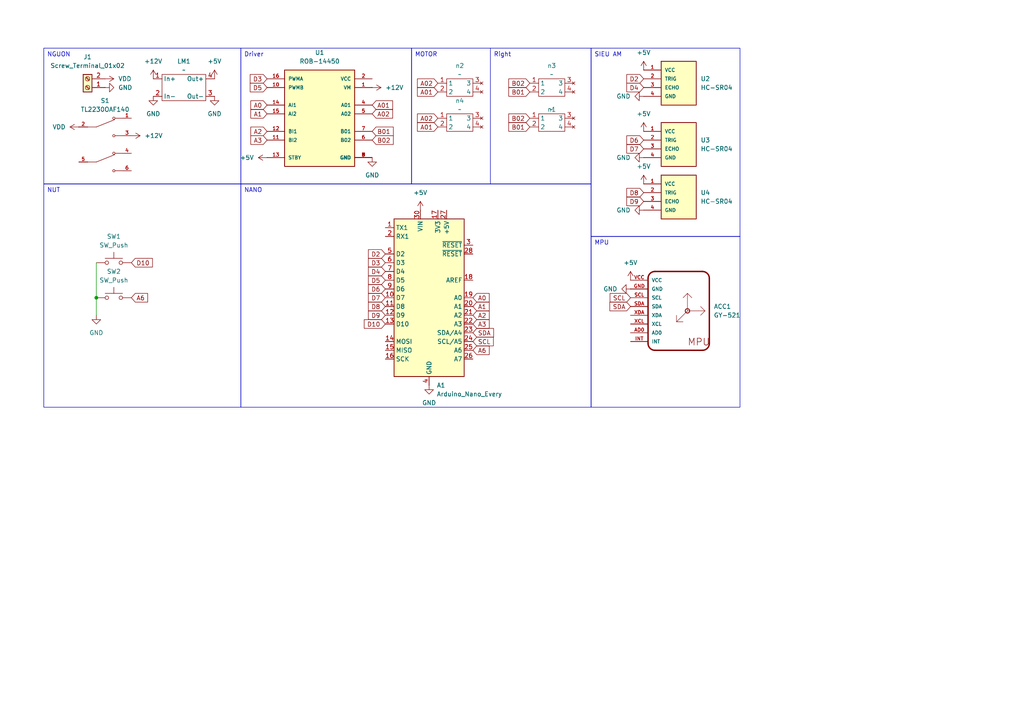
<source format=kicad_sch>
(kicad_sch
	(version 20231120)
	(generator "eeschema")
	(generator_version "8.0")
	(uuid "80ba1f50-7f4e-46a8-aae7-9d3cd5c6065c")
	(paper "A4")
	(lib_symbols
		(symbol "Add_button_memory:TL2230OAF140"
			(pin_names
				(offset 1.016)
			)
			(exclude_from_sim no)
			(in_bom yes)
			(on_board yes)
			(property "Reference" "S"
				(at -2.54 10.16 0)
				(effects
					(font
						(size 1.27 1.27)
					)
					(justify left bottom)
				)
			)
			(property "Value" "TL2230OAF140"
				(at -2.54 -10.16 0)
				(effects
					(font
						(size 1.27 1.27)
					)
					(justify left top)
				)
			)
			(property "Footprint" "TL2230OAF140:SW_TL2230OAF140"
				(at 0 0 0)
				(effects
					(font
						(size 1.27 1.27)
					)
					(justify bottom)
					(hide yes)
				)
			)
			(property "Datasheet" ""
				(at 0 0 0)
				(effects
					(font
						(size 1.27 1.27)
					)
					(hide yes)
				)
			)
			(property "Description" ""
				(at 0 0 0)
				(effects
					(font
						(size 1.27 1.27)
					)
					(hide yes)
				)
			)
			(property "MF" "E-Switch"
				(at 0 0 0)
				(effects
					(font
						(size 1.27 1.27)
					)
					(justify bottom)
					(hide yes)
				)
			)
			(property "MAXIMUM_PACKAGE_HEIGHT" "12.5 mm"
				(at 0 0 0)
				(effects
					(font
						(size 1.27 1.27)
					)
					(justify bottom)
					(hide yes)
				)
			)
			(property "Package" "None"
				(at 0 0 0)
				(effects
					(font
						(size 1.27 1.27)
					)
					(justify bottom)
					(hide yes)
				)
			)
			(property "Price" "None"
				(at 0 0 0)
				(effects
					(font
						(size 1.27 1.27)
					)
					(justify bottom)
					(hide yes)
				)
			)
			(property "Check_prices" "https://www.snapeda.com/parts/TL2230OAF140/E-Switch/view-part/?ref=eda"
				(at 0 0 0)
				(effects
					(font
						(size 1.27 1.27)
					)
					(justify bottom)
					(hide yes)
				)
			)
			(property "STANDARD" "Manufacturer Recommendations"
				(at 0 0 0)
				(effects
					(font
						(size 1.27 1.27)
					)
					(justify bottom)
					(hide yes)
				)
			)
			(property "PARTREV" "E"
				(at 0 0 0)
				(effects
					(font
						(size 1.27 1.27)
					)
					(justify bottom)
					(hide yes)
				)
			)
			(property "SnapEDA_Link" "https://www.snapeda.com/parts/TL2230OAF140/E-Switch/view-part/?ref=snap"
				(at 0 0 0)
				(effects
					(font
						(size 1.27 1.27)
					)
					(justify bottom)
					(hide yes)
				)
			)
			(property "MP" "TL2230OAF140"
				(at 0 0 0)
				(effects
					(font
						(size 1.27 1.27)
					)
					(justify bottom)
					(hide yes)
				)
			)
			(property "Description_1" "\n                        \n                            Pushbutton Switch DPDT Standard Through Hole\n                        \n"
				(at 0 0 0)
				(effects
					(font
						(size 1.27 1.27)
					)
					(justify bottom)
					(hide yes)
				)
			)
			(property "MANUFACTURER" "E-Switch"
				(at 0 0 0)
				(effects
					(font
						(size 1.27 1.27)
					)
					(justify bottom)
					(hide yes)
				)
			)
			(property "Availability" "In Stock"
				(at 0 0 0)
				(effects
					(font
						(size 1.27 1.27)
					)
					(justify bottom)
					(hide yes)
				)
			)
			(property "SNAPEDA_PN" "TL2230EEF140"
				(at 0 0 0)
				(effects
					(font
						(size 1.27 1.27)
					)
					(justify bottom)
					(hide yes)
				)
			)
			(symbol "TL2230OAF140_0_0"
				(polyline
					(pts
						(xy -2.54 -5.08) (xy -5.08 -5.08)
					)
					(stroke
						(width 0.1524)
						(type default)
					)
					(fill
						(type none)
					)
				)
				(polyline
					(pts
						(xy -2.54 -5.08) (xy 2.794 -2.9464)
					)
					(stroke
						(width 0.1524)
						(type default)
					)
					(fill
						(type none)
					)
				)
				(polyline
					(pts
						(xy -2.54 5.08) (xy -5.08 5.08)
					)
					(stroke
						(width 0.1524)
						(type default)
					)
					(fill
						(type none)
					)
				)
				(polyline
					(pts
						(xy -2.54 5.08) (xy 2.794 7.2136)
					)
					(stroke
						(width 0.1524)
						(type default)
					)
					(fill
						(type none)
					)
				)
				(polyline
					(pts
						(xy 5.08 -7.62) (xy 2.921 -7.62)
					)
					(stroke
						(width 0.1524)
						(type default)
					)
					(fill
						(type none)
					)
				)
				(polyline
					(pts
						(xy 5.08 -2.54) (xy 2.921 -2.54)
					)
					(stroke
						(width 0.1524)
						(type default)
					)
					(fill
						(type none)
					)
				)
				(polyline
					(pts
						(xy 5.08 2.54) (xy 2.921 2.54)
					)
					(stroke
						(width 0.1524)
						(type default)
					)
					(fill
						(type none)
					)
				)
				(polyline
					(pts
						(xy 5.08 7.62) (xy 2.921 7.62)
					)
					(stroke
						(width 0.1524)
						(type default)
					)
					(fill
						(type none)
					)
				)
				(circle
					(center 2.54 -7.62)
					(radius 0.3302)
					(stroke
						(width 0.1524)
						(type default)
					)
					(fill
						(type none)
					)
				)
				(circle
					(center 2.54 -2.54)
					(radius 0.3302)
					(stroke
						(width 0.1524)
						(type default)
					)
					(fill
						(type none)
					)
				)
				(circle
					(center 2.54 2.54)
					(radius 0.3302)
					(stroke
						(width 0.1524)
						(type default)
					)
					(fill
						(type none)
					)
				)
				(circle
					(center 2.54 7.62)
					(radius 0.3302)
					(stroke
						(width 0.1524)
						(type default)
					)
					(fill
						(type none)
					)
				)
				(pin passive line
					(at 7.62 7.62 180)
					(length 2.54)
					(name "~"
						(effects
							(font
								(size 1.016 1.016)
							)
						)
					)
					(number "1"
						(effects
							(font
								(size 1.016 1.016)
							)
						)
					)
				)
				(pin passive line
					(at -7.62 5.08 0)
					(length 2.54)
					(name "~"
						(effects
							(font
								(size 1.016 1.016)
							)
						)
					)
					(number "2"
						(effects
							(font
								(size 1.016 1.016)
							)
						)
					)
				)
				(pin passive line
					(at 7.62 2.54 180)
					(length 2.54)
					(name "~"
						(effects
							(font
								(size 1.016 1.016)
							)
						)
					)
					(number "3"
						(effects
							(font
								(size 1.016 1.016)
							)
						)
					)
				)
				(pin passive line
					(at 7.62 -2.54 180)
					(length 2.54)
					(name "~"
						(effects
							(font
								(size 1.016 1.016)
							)
						)
					)
					(number "4"
						(effects
							(font
								(size 1.016 1.016)
							)
						)
					)
				)
				(pin passive line
					(at -7.62 -5.08 0)
					(length 2.54)
					(name "~"
						(effects
							(font
								(size 1.016 1.016)
							)
						)
					)
					(number "5"
						(effects
							(font
								(size 1.016 1.016)
							)
						)
					)
				)
				(pin passive line
					(at 7.62 -7.62 180)
					(length 2.54)
					(name "~"
						(effects
							(font
								(size 1.016 1.016)
							)
						)
					)
					(number "6"
						(effects
							(font
								(size 1.016 1.016)
							)
						)
					)
				)
			)
		)
		(symbol "Connector:Screw_Terminal_01x02"
			(pin_names
				(offset 1.016) hide)
			(exclude_from_sim no)
			(in_bom yes)
			(on_board yes)
			(property "Reference" "J"
				(at 0 2.54 0)
				(effects
					(font
						(size 1.27 1.27)
					)
				)
			)
			(property "Value" "Screw_Terminal_01x02"
				(at 0 -5.08 0)
				(effects
					(font
						(size 1.27 1.27)
					)
				)
			)
			(property "Footprint" ""
				(at 0 0 0)
				(effects
					(font
						(size 1.27 1.27)
					)
					(hide yes)
				)
			)
			(property "Datasheet" "~"
				(at 0 0 0)
				(effects
					(font
						(size 1.27 1.27)
					)
					(hide yes)
				)
			)
			(property "Description" "Generic screw terminal, single row, 01x02, script generated (kicad-library-utils/schlib/autogen/connector/)"
				(at 0 0 0)
				(effects
					(font
						(size 1.27 1.27)
					)
					(hide yes)
				)
			)
			(property "ki_keywords" "screw terminal"
				(at 0 0 0)
				(effects
					(font
						(size 1.27 1.27)
					)
					(hide yes)
				)
			)
			(property "ki_fp_filters" "TerminalBlock*:*"
				(at 0 0 0)
				(effects
					(font
						(size 1.27 1.27)
					)
					(hide yes)
				)
			)
			(symbol "Screw_Terminal_01x02_1_1"
				(rectangle
					(start -1.27 1.27)
					(end 1.27 -3.81)
					(stroke
						(width 0.254)
						(type default)
					)
					(fill
						(type background)
					)
				)
				(circle
					(center 0 -2.54)
					(radius 0.635)
					(stroke
						(width 0.1524)
						(type default)
					)
					(fill
						(type none)
					)
				)
				(polyline
					(pts
						(xy -0.5334 -2.2098) (xy 0.3302 -3.048)
					)
					(stroke
						(width 0.1524)
						(type default)
					)
					(fill
						(type none)
					)
				)
				(polyline
					(pts
						(xy -0.5334 0.3302) (xy 0.3302 -0.508)
					)
					(stroke
						(width 0.1524)
						(type default)
					)
					(fill
						(type none)
					)
				)
				(polyline
					(pts
						(xy -0.3556 -2.032) (xy 0.508 -2.8702)
					)
					(stroke
						(width 0.1524)
						(type default)
					)
					(fill
						(type none)
					)
				)
				(polyline
					(pts
						(xy -0.3556 0.508) (xy 0.508 -0.3302)
					)
					(stroke
						(width 0.1524)
						(type default)
					)
					(fill
						(type none)
					)
				)
				(circle
					(center 0 0)
					(radius 0.635)
					(stroke
						(width 0.1524)
						(type default)
					)
					(fill
						(type none)
					)
				)
				(pin passive line
					(at -5.08 0 0)
					(length 3.81)
					(name "Pin_1"
						(effects
							(font
								(size 1.27 1.27)
							)
						)
					)
					(number "1"
						(effects
							(font
								(size 1.27 1.27)
							)
						)
					)
				)
				(pin passive line
					(at -5.08 -2.54 0)
					(length 3.81)
					(name "Pin_2"
						(effects
							(font
								(size 1.27 1.27)
							)
						)
					)
					(number "2"
						(effects
							(font
								(size 1.27 1.27)
							)
						)
					)
				)
			)
		)
		(symbol "GY-521:GY-521"
			(pin_names
				(offset 1.016)
			)
			(exclude_from_sim no)
			(in_bom yes)
			(on_board yes)
			(property "Reference" "ACC"
				(at -9.652 11.938 0)
				(effects
					(font
						(size 1.27 1.27)
					)
					(justify left bottom)
				)
			)
			(property "Value" "GY-521"
				(at 4.572 -11.938 0)
				(effects
					(font
						(size 1.27 1.27)
					)
					(justify right top)
				)
			)
			(property "Footprint" "GY-521:GY-521"
				(at 0 0 0)
				(effects
					(font
						(size 1.27 1.27)
					)
					(hide yes)
				)
			)
			(property "Datasheet" ""
				(at 0 0 0)
				(effects
					(font
						(size 1.27 1.27)
					)
					(hide yes)
				)
			)
			(property "Description" ""
				(at 0 0 0)
				(effects
					(font
						(size 1.27 1.27)
					)
					(hide yes)
				)
			)
			(property "MF" "GODREAM FORDREAM CO., LIMITED"
				(at 0 0 0)
				(effects
					(font
						(size 1.27 1.27)
					)
					(justify bottom)
					(hide yes)
				)
			)
			(property "Description_1" "\n                        \n                            Triple Axis Accelerometer Gyro Breakout\n                        \n"
				(at 0 0 0)
				(effects
					(font
						(size 1.27 1.27)
					)
					(justify bottom)
					(hide yes)
				)
			)
			(property "Package" "Package"
				(at 0 0 0)
				(effects
					(font
						(size 1.27 1.27)
					)
					(justify bottom)
					(hide yes)
				)
			)
			(property "Price" "None"
				(at 0 0 0)
				(effects
					(font
						(size 1.27 1.27)
					)
					(justify bottom)
					(hide yes)
				)
			)
			(property "SnapEDA_Link" "https://www.snapeda.com/parts/GY-521/GODREAM+FORDREAM+CO.%252C+LIMITED/view-part/?ref=snap"
				(at 0 0 0)
				(effects
					(font
						(size 1.27 1.27)
					)
					(justify bottom)
					(hide yes)
				)
			)
			(property "MP" "GY-521"
				(at 0 0 0)
				(effects
					(font
						(size 1.27 1.27)
					)
					(justify bottom)
					(hide yes)
				)
			)
			(property "Availability" "Not in stock"
				(at 0 0 0)
				(effects
					(font
						(size 1.27 1.27)
					)
					(justify bottom)
					(hide yes)
				)
			)
			(property "Check_prices" "https://www.snapeda.com/parts/GY-521/GODREAM+FORDREAM+CO.%252C+LIMITED/view-part/?ref=eda"
				(at 0 0 0)
				(effects
					(font
						(size 1.27 1.27)
					)
					(justify bottom)
					(hide yes)
				)
			)
			(symbol "GY-521_0_0"
				(arc
					(start -11.43 -9.43)
					(mid -10.8442 -10.8442)
					(end -9.43 -11.43)
					(stroke
						(width 0.4064)
						(type default)
					)
					(fill
						(type none)
					)
				)
				(arc
					(start -9.43 11.43)
					(mid -10.8442 10.8442)
					(end -11.43 9.43)
					(stroke
						(width 0.4064)
						(type default)
					)
					(fill
						(type none)
					)
				)
				(polyline
					(pts
						(xy -11.43 -9.43) (xy -11.43 9.43)
					)
					(stroke
						(width 0.4064)
						(type default)
					)
					(fill
						(type none)
					)
				)
				(polyline
					(pts
						(xy -9.43 11.43) (xy 4.35 11.43)
					)
					(stroke
						(width 0.4064)
						(type default)
					)
					(fill
						(type none)
					)
				)
				(polyline
					(pts
						(xy -3.175 -3.175) (xy -3.175 -1.27)
					)
					(stroke
						(width 0.127)
						(type default)
					)
					(fill
						(type none)
					)
				)
				(polyline
					(pts
						(xy -3.175 -3.175) (xy -1.27 -3.175)
					)
					(stroke
						(width 0.127)
						(type default)
					)
					(fill
						(type none)
					)
				)
				(polyline
					(pts
						(xy 0 0) (xy -3.175 -3.175)
					)
					(stroke
						(width 0.127)
						(type default)
					)
					(fill
						(type none)
					)
				)
				(polyline
					(pts
						(xy 0 0) (xy 0 5.08)
					)
					(stroke
						(width 0.127)
						(type default)
					)
					(fill
						(type none)
					)
				)
				(polyline
					(pts
						(xy 0 0) (xy 5.08 0)
					)
					(stroke
						(width 0.127)
						(type default)
					)
					(fill
						(type none)
					)
				)
				(polyline
					(pts
						(xy 0 5.08) (xy -1.27 3.81)
					)
					(stroke
						(width 0.127)
						(type default)
					)
					(fill
						(type none)
					)
				)
				(polyline
					(pts
						(xy 1.27 3.81) (xy 0 5.08)
					)
					(stroke
						(width 0.127)
						(type default)
					)
					(fill
						(type none)
					)
				)
				(polyline
					(pts
						(xy 3.81 1.27) (xy 5.08 0)
					)
					(stroke
						(width 0.127)
						(type default)
					)
					(fill
						(type none)
					)
				)
				(polyline
					(pts
						(xy 4.35 -11.43) (xy -9.43 -11.43)
					)
					(stroke
						(width 0.4064)
						(type default)
					)
					(fill
						(type none)
					)
				)
				(polyline
					(pts
						(xy 5.08 0) (xy 3.81 -1.27)
					)
					(stroke
						(width 0.127)
						(type default)
					)
					(fill
						(type none)
					)
				)
				(polyline
					(pts
						(xy 6.35 9.43) (xy 6.35 -9.43)
					)
					(stroke
						(width 0.4064)
						(type default)
					)
					(fill
						(type none)
					)
				)
				(circle
					(center 0 0)
					(radius 0.635)
					(stroke
						(width 0.254)
						(type default)
					)
					(fill
						(type none)
					)
				)
				(arc
					(start 4.35 -11.43)
					(mid 5.7642 -10.8442)
					(end 6.35 -9.43)
					(stroke
						(width 0.4064)
						(type default)
					)
					(fill
						(type none)
					)
				)
				(arc
					(start 6.35 9.43)
					(mid 5.7642 10.8442)
					(end 4.35 11.43)
					(stroke
						(width 0.4064)
						(type default)
					)
					(fill
						(type none)
					)
				)
				(text "MPU"
					(at 0 -10.16 0)
					(effects
						(font
							(size 2 2)
						)
						(justify left bottom)
					)
				)
				(pin bidirectional line
					(at -16.51 -6.35 0)
					(length 5.08)
					(name "AD0"
						(effects
							(font
								(size 1.016 1.016)
							)
						)
					)
					(number "AD0"
						(effects
							(font
								(size 1.016 1.016)
							)
						)
					)
				)
				(pin power_in line
					(at -16.51 6.35 0)
					(length 5.08)
					(name "GND"
						(effects
							(font
								(size 1.016 1.016)
							)
						)
					)
					(number "GND"
						(effects
							(font
								(size 1.016 1.016)
							)
						)
					)
				)
				(pin bidirectional line
					(at -16.51 -8.89 0)
					(length 5.08)
					(name "INT"
						(effects
							(font
								(size 1.016 1.016)
							)
						)
					)
					(number "INT"
						(effects
							(font
								(size 1.016 1.016)
							)
						)
					)
				)
				(pin bidirectional line
					(at -16.51 3.81 0)
					(length 5.08)
					(name "SCL"
						(effects
							(font
								(size 1.016 1.016)
							)
						)
					)
					(number "SCL"
						(effects
							(font
								(size 1.016 1.016)
							)
						)
					)
				)
				(pin bidirectional line
					(at -16.51 1.27 0)
					(length 5.08)
					(name "SDA"
						(effects
							(font
								(size 1.016 1.016)
							)
						)
					)
					(number "SDA"
						(effects
							(font
								(size 1.016 1.016)
							)
						)
					)
				)
				(pin power_in line
					(at -16.51 8.89 0)
					(length 5.08)
					(name "VCC"
						(effects
							(font
								(size 1.016 1.016)
							)
						)
					)
					(number "VCC"
						(effects
							(font
								(size 1.016 1.016)
							)
						)
					)
				)
				(pin bidirectional line
					(at -16.51 -3.81 0)
					(length 5.08)
					(name "XCL"
						(effects
							(font
								(size 1.016 1.016)
							)
						)
					)
					(number "XCL"
						(effects
							(font
								(size 1.016 1.016)
							)
						)
					)
				)
				(pin bidirectional line
					(at -16.51 -1.27 0)
					(length 5.08)
					(name "XDA"
						(effects
							(font
								(size 1.016 1.016)
							)
						)
					)
					(number "XDA"
						(effects
							(font
								(size 1.016 1.016)
							)
						)
					)
				)
			)
		)
		(symbol "HC-SR04:HC-SR04"
			(pin_names
				(offset 1.016)
			)
			(exclude_from_sim no)
			(in_bom yes)
			(on_board yes)
			(property "Reference" "U"
				(at 0 5.0813 0)
				(effects
					(font
						(size 1.27 1.27)
					)
					(justify left bottom)
				)
			)
			(property "Value" "HC-SR04"
				(at 0 -10.163 0)
				(effects
					(font
						(size 1.27 1.27)
					)
					(justify left bottom)
				)
			)
			(property "Footprint" "HC-SR04:XCVR_HC-SR04"
				(at 0 0 0)
				(effects
					(font
						(size 1.27 1.27)
					)
					(justify bottom)
					(hide yes)
				)
			)
			(property "Datasheet" ""
				(at 0 0 0)
				(effects
					(font
						(size 1.27 1.27)
					)
					(hide yes)
				)
			)
			(property "Description" ""
				(at 0 0 0)
				(effects
					(font
						(size 1.27 1.27)
					)
					(hide yes)
				)
			)
			(property "MF" "SparkFun Electronics"
				(at 0 0 0)
				(effects
					(font
						(size 1.27 1.27)
					)
					(justify bottom)
					(hide yes)
				)
			)
			(property "Description_1" "\n                        \n                            HC-SR04 Ultrasonic Sensor Qwiic Platform Evaluation Expansion Board\n                        \n"
				(at 0 0 0)
				(effects
					(font
						(size 1.27 1.27)
					)
					(justify bottom)
					(hide yes)
				)
			)
			(property "Package" "None"
				(at 0 0 0)
				(effects
					(font
						(size 1.27 1.27)
					)
					(justify bottom)
					(hide yes)
				)
			)
			(property "Price" "None"
				(at 0 0 0)
				(effects
					(font
						(size 1.27 1.27)
					)
					(justify bottom)
					(hide yes)
				)
			)
			(property "Check_prices" "https://www.snapeda.com/parts/HC-SR04/SparkFun/view-part/?ref=eda"
				(at 0 0 0)
				(effects
					(font
						(size 1.27 1.27)
					)
					(justify bottom)
					(hide yes)
				)
			)
			(property "SnapEDA_Link" "https://www.snapeda.com/parts/HC-SR04/SparkFun/view-part/?ref=snap"
				(at 0 0 0)
				(effects
					(font
						(size 1.27 1.27)
					)
					(justify bottom)
					(hide yes)
				)
			)
			(property "MP" "HC-SR04"
				(at 0 0 0)
				(effects
					(font
						(size 1.27 1.27)
					)
					(justify bottom)
					(hide yes)
				)
			)
			(property "Availability" "Not in stock"
				(at 0 0 0)
				(effects
					(font
						(size 1.27 1.27)
					)
					(justify bottom)
					(hide yes)
				)
			)
			(property "MANUFACTURER" "Osepp"
				(at 0 0 0)
				(effects
					(font
						(size 1.27 1.27)
					)
					(justify bottom)
					(hide yes)
				)
			)
			(symbol "HC-SR04_0_0"
				(rectangle
					(start 0 5.08)
					(end 10.16 -7.62)
					(stroke
						(width 0.254)
						(type default)
					)
					(fill
						(type background)
					)
				)
				(pin power_in line
					(at -5.08 2.54 0)
					(length 5.08)
					(name "VCC"
						(effects
							(font
								(size 1.016 1.016)
							)
						)
					)
					(number "1"
						(effects
							(font
								(size 1.016 1.016)
							)
						)
					)
				)
				(pin bidirectional line
					(at -5.08 0 0)
					(length 5.08)
					(name "TRIG"
						(effects
							(font
								(size 1.016 1.016)
							)
						)
					)
					(number "2"
						(effects
							(font
								(size 1.016 1.016)
							)
						)
					)
				)
				(pin bidirectional line
					(at -5.08 -2.54 0)
					(length 5.08)
					(name "ECHO"
						(effects
							(font
								(size 1.016 1.016)
							)
						)
					)
					(number "3"
						(effects
							(font
								(size 1.016 1.016)
							)
						)
					)
				)
				(pin power_in line
					(at -5.08 -5.08 0)
					(length 5.08)
					(name "GND"
						(effects
							(font
								(size 1.016 1.016)
							)
						)
					)
					(number "4"
						(effects
							(font
								(size 1.016 1.016)
							)
						)
					)
				)
			)
		)
		(symbol "LM2596:LM2596"
			(exclude_from_sim no)
			(in_bom yes)
			(on_board yes)
			(property "Reference" "LM2596"
				(at 0 0 0)
				(effects
					(font
						(size 1.27 1.27)
					)
				)
			)
			(property "Value" ""
				(at -1.27 0 0)
				(effects
					(font
						(size 1.27 1.27)
					)
				)
			)
			(property "Footprint" ""
				(at -1.27 0 0)
				(effects
					(font
						(size 1.27 1.27)
					)
					(hide yes)
				)
			)
			(property "Datasheet" ""
				(at -1.27 0 0)
				(effects
					(font
						(size 1.27 1.27)
					)
					(hide yes)
				)
			)
			(property "Description" ""
				(at -1.27 0 0)
				(effects
					(font
						(size 1.27 1.27)
					)
					(hide yes)
				)
			)
			(symbol "LM2596_0_1"
				(rectangle
					(start -6.35 3.81)
					(end 6.35 -3.81)
					(stroke
						(width 0)
						(type default)
					)
					(fill
						(type none)
					)
				)
			)
			(symbol "LM2596_1_1"
				(pin output line
					(at -8.89 2.54 0)
					(length 2.54)
					(name "In+"
						(effects
							(font
								(size 1.27 1.27)
							)
						)
					)
					(number "1"
						(effects
							(font
								(size 1.27 1.27)
							)
						)
					)
				)
				(pin output line
					(at -8.89 -2.54 0)
					(length 2.54)
					(name "In-"
						(effects
							(font
								(size 1.27 1.27)
							)
						)
					)
					(number "2"
						(effects
							(font
								(size 1.27 1.27)
							)
						)
					)
				)
				(pin output line
					(at 8.89 -2.54 180)
					(length 2.54)
					(name "Out-"
						(effects
							(font
								(size 1.27 1.27)
							)
						)
					)
					(number "3"
						(effects
							(font
								(size 1.27 1.27)
							)
						)
					)
				)
				(pin output line
					(at 8.89 2.54 180)
					(length 2.54)
					(name "Out+"
						(effects
							(font
								(size 1.27 1.27)
							)
						)
					)
					(number "4"
						(effects
							(font
								(size 1.27 1.27)
							)
						)
					)
				)
			)
		)
		(symbol "MCU_Module:Arduino_Nano_Every"
			(exclude_from_sim no)
			(in_bom yes)
			(on_board yes)
			(property "Reference" "A"
				(at -10.16 23.495 0)
				(effects
					(font
						(size 1.27 1.27)
					)
					(justify left bottom)
				)
			)
			(property "Value" "Arduino_Nano_Every"
				(at 5.08 -24.13 0)
				(effects
					(font
						(size 1.27 1.27)
					)
					(justify left top)
				)
			)
			(property "Footprint" "Module:Arduino_Nano"
				(at 0 0 0)
				(effects
					(font
						(size 1.27 1.27)
						(italic yes)
					)
					(hide yes)
				)
			)
			(property "Datasheet" "https://content.arduino.cc/assets/NANOEveryV3.0_sch.pdf"
				(at 0 0 0)
				(effects
					(font
						(size 1.27 1.27)
					)
					(hide yes)
				)
			)
			(property "Description" "Arduino Nano Every"
				(at 0 0 0)
				(effects
					(font
						(size 1.27 1.27)
					)
					(hide yes)
				)
			)
			(property "ki_keywords" "Arduino nano microcontroller module USB UPDI AATMega4809 AVR"
				(at 0 0 0)
				(effects
					(font
						(size 1.27 1.27)
					)
					(hide yes)
				)
			)
			(property "ki_fp_filters" "Arduino*Nano*"
				(at 0 0 0)
				(effects
					(font
						(size 1.27 1.27)
					)
					(hide yes)
				)
			)
			(symbol "Arduino_Nano_Every_0_1"
				(rectangle
					(start -10.16 22.86)
					(end 10.16 -22.86)
					(stroke
						(width 0.254)
						(type default)
					)
					(fill
						(type background)
					)
				)
			)
			(symbol "Arduino_Nano_Every_1_1"
				(pin bidirectional line
					(at -12.7 20.32 0)
					(length 2.54)
					(name "TX1"
						(effects
							(font
								(size 1.27 1.27)
							)
						)
					)
					(number "1"
						(effects
							(font
								(size 1.27 1.27)
							)
						)
					)
				)
				(pin bidirectional line
					(at -12.7 0 0)
					(length 2.54)
					(name "D7"
						(effects
							(font
								(size 1.27 1.27)
							)
						)
					)
					(number "10"
						(effects
							(font
								(size 1.27 1.27)
							)
						)
					)
				)
				(pin bidirectional line
					(at -12.7 -2.54 0)
					(length 2.54)
					(name "D8"
						(effects
							(font
								(size 1.27 1.27)
							)
						)
					)
					(number "11"
						(effects
							(font
								(size 1.27 1.27)
							)
						)
					)
				)
				(pin bidirectional line
					(at -12.7 -5.08 0)
					(length 2.54)
					(name "D9"
						(effects
							(font
								(size 1.27 1.27)
							)
						)
					)
					(number "12"
						(effects
							(font
								(size 1.27 1.27)
							)
						)
					)
				)
				(pin bidirectional line
					(at -12.7 -7.62 0)
					(length 2.54)
					(name "D10"
						(effects
							(font
								(size 1.27 1.27)
							)
						)
					)
					(number "13"
						(effects
							(font
								(size 1.27 1.27)
							)
						)
					)
				)
				(pin bidirectional line
					(at -12.7 -12.7 0)
					(length 2.54)
					(name "MOSI"
						(effects
							(font
								(size 1.27 1.27)
							)
						)
					)
					(number "14"
						(effects
							(font
								(size 1.27 1.27)
							)
						)
					)
				)
				(pin bidirectional line
					(at -12.7 -15.24 0)
					(length 2.54)
					(name "MISO"
						(effects
							(font
								(size 1.27 1.27)
							)
						)
					)
					(number "15"
						(effects
							(font
								(size 1.27 1.27)
							)
						)
					)
				)
				(pin bidirectional line
					(at -12.7 -17.78 0)
					(length 2.54)
					(name "SCK"
						(effects
							(font
								(size 1.27 1.27)
							)
						)
					)
					(number "16"
						(effects
							(font
								(size 1.27 1.27)
							)
						)
					)
				)
				(pin power_out line
					(at 2.54 25.4 270)
					(length 2.54)
					(name "3V3"
						(effects
							(font
								(size 1.27 1.27)
							)
						)
					)
					(number "17"
						(effects
							(font
								(size 1.27 1.27)
							)
						)
					)
				)
				(pin input line
					(at 12.7 5.08 180)
					(length 2.54)
					(name "AREF"
						(effects
							(font
								(size 1.27 1.27)
							)
						)
					)
					(number "18"
						(effects
							(font
								(size 1.27 1.27)
							)
						)
					)
				)
				(pin bidirectional line
					(at 12.7 0 180)
					(length 2.54)
					(name "A0"
						(effects
							(font
								(size 1.27 1.27)
							)
						)
					)
					(number "19"
						(effects
							(font
								(size 1.27 1.27)
							)
						)
					)
				)
				(pin bidirectional line
					(at -12.7 17.78 0)
					(length 2.54)
					(name "RX1"
						(effects
							(font
								(size 1.27 1.27)
							)
						)
					)
					(number "2"
						(effects
							(font
								(size 1.27 1.27)
							)
						)
					)
				)
				(pin bidirectional line
					(at 12.7 -2.54 180)
					(length 2.54)
					(name "A1"
						(effects
							(font
								(size 1.27 1.27)
							)
						)
					)
					(number "20"
						(effects
							(font
								(size 1.27 1.27)
							)
						)
					)
				)
				(pin bidirectional line
					(at 12.7 -5.08 180)
					(length 2.54)
					(name "A2"
						(effects
							(font
								(size 1.27 1.27)
							)
						)
					)
					(number "21"
						(effects
							(font
								(size 1.27 1.27)
							)
						)
					)
				)
				(pin bidirectional line
					(at 12.7 -7.62 180)
					(length 2.54)
					(name "A3"
						(effects
							(font
								(size 1.27 1.27)
							)
						)
					)
					(number "22"
						(effects
							(font
								(size 1.27 1.27)
							)
						)
					)
				)
				(pin bidirectional line
					(at 12.7 -10.16 180)
					(length 2.54)
					(name "SDA/A4"
						(effects
							(font
								(size 1.27 1.27)
							)
						)
					)
					(number "23"
						(effects
							(font
								(size 1.27 1.27)
							)
						)
					)
				)
				(pin bidirectional line
					(at 12.7 -12.7 180)
					(length 2.54)
					(name "SCL/A5"
						(effects
							(font
								(size 1.27 1.27)
							)
						)
					)
					(number "24"
						(effects
							(font
								(size 1.27 1.27)
							)
						)
					)
				)
				(pin bidirectional line
					(at 12.7 -15.24 180)
					(length 2.54)
					(name "A6"
						(effects
							(font
								(size 1.27 1.27)
							)
						)
					)
					(number "25"
						(effects
							(font
								(size 1.27 1.27)
							)
						)
					)
				)
				(pin bidirectional line
					(at 12.7 -17.78 180)
					(length 2.54)
					(name "A7"
						(effects
							(font
								(size 1.27 1.27)
							)
						)
					)
					(number "26"
						(effects
							(font
								(size 1.27 1.27)
							)
						)
					)
				)
				(pin power_out line
					(at 5.08 25.4 270)
					(length 2.54)
					(name "+5V"
						(effects
							(font
								(size 1.27 1.27)
							)
						)
					)
					(number "27"
						(effects
							(font
								(size 1.27 1.27)
							)
						)
					)
				)
				(pin input line
					(at 12.7 12.7 180)
					(length 2.54)
					(name "~{RESET}"
						(effects
							(font
								(size 1.27 1.27)
							)
						)
					)
					(number "28"
						(effects
							(font
								(size 1.27 1.27)
							)
						)
					)
				)
				(pin passive line
					(at 0 -25.4 90)
					(length 2.54) hide
					(name "GND"
						(effects
							(font
								(size 1.27 1.27)
							)
						)
					)
					(number "29"
						(effects
							(font
								(size 1.27 1.27)
							)
						)
					)
				)
				(pin input line
					(at 12.7 15.24 180)
					(length 2.54)
					(name "~{RESET}"
						(effects
							(font
								(size 1.27 1.27)
							)
						)
					)
					(number "3"
						(effects
							(font
								(size 1.27 1.27)
							)
						)
					)
				)
				(pin power_in line
					(at -2.54 25.4 270)
					(length 2.54)
					(name "VIN"
						(effects
							(font
								(size 1.27 1.27)
							)
						)
					)
					(number "30"
						(effects
							(font
								(size 1.27 1.27)
							)
						)
					)
				)
				(pin power_in line
					(at 0 -25.4 90)
					(length 2.54)
					(name "GND"
						(effects
							(font
								(size 1.27 1.27)
							)
						)
					)
					(number "4"
						(effects
							(font
								(size 1.27 1.27)
							)
						)
					)
				)
				(pin bidirectional line
					(at -12.7 12.7 0)
					(length 2.54)
					(name "D2"
						(effects
							(font
								(size 1.27 1.27)
							)
						)
					)
					(number "5"
						(effects
							(font
								(size 1.27 1.27)
							)
						)
					)
				)
				(pin bidirectional line
					(at -12.7 10.16 0)
					(length 2.54)
					(name "D3"
						(effects
							(font
								(size 1.27 1.27)
							)
						)
					)
					(number "6"
						(effects
							(font
								(size 1.27 1.27)
							)
						)
					)
				)
				(pin bidirectional line
					(at -12.7 7.62 0)
					(length 2.54)
					(name "D4"
						(effects
							(font
								(size 1.27 1.27)
							)
						)
					)
					(number "7"
						(effects
							(font
								(size 1.27 1.27)
							)
						)
					)
				)
				(pin bidirectional line
					(at -12.7 5.08 0)
					(length 2.54)
					(name "D5"
						(effects
							(font
								(size 1.27 1.27)
							)
						)
					)
					(number "8"
						(effects
							(font
								(size 1.27 1.27)
							)
						)
					)
				)
				(pin bidirectional line
					(at -12.7 2.54 0)
					(length 2.54)
					(name "D6"
						(effects
							(font
								(size 1.27 1.27)
							)
						)
					)
					(number "9"
						(effects
							(font
								(size 1.27 1.27)
							)
						)
					)
				)
			)
		)
		(symbol "Switch:SW_Push"
			(pin_numbers hide)
			(pin_names
				(offset 1.016) hide)
			(exclude_from_sim no)
			(in_bom yes)
			(on_board yes)
			(property "Reference" "SW"
				(at 1.27 2.54 0)
				(effects
					(font
						(size 1.27 1.27)
					)
					(justify left)
				)
			)
			(property "Value" "SW_Push"
				(at 0 -1.524 0)
				(effects
					(font
						(size 1.27 1.27)
					)
				)
			)
			(property "Footprint" ""
				(at 0 5.08 0)
				(effects
					(font
						(size 1.27 1.27)
					)
					(hide yes)
				)
			)
			(property "Datasheet" "~"
				(at 0 5.08 0)
				(effects
					(font
						(size 1.27 1.27)
					)
					(hide yes)
				)
			)
			(property "Description" "Push button switch, generic, two pins"
				(at 0 0 0)
				(effects
					(font
						(size 1.27 1.27)
					)
					(hide yes)
				)
			)
			(property "ki_keywords" "switch normally-open pushbutton push-button"
				(at 0 0 0)
				(effects
					(font
						(size 1.27 1.27)
					)
					(hide yes)
				)
			)
			(symbol "SW_Push_0_1"
				(circle
					(center -2.032 0)
					(radius 0.508)
					(stroke
						(width 0)
						(type default)
					)
					(fill
						(type none)
					)
				)
				(polyline
					(pts
						(xy 0 1.27) (xy 0 3.048)
					)
					(stroke
						(width 0)
						(type default)
					)
					(fill
						(type none)
					)
				)
				(polyline
					(pts
						(xy 2.54 1.27) (xy -2.54 1.27)
					)
					(stroke
						(width 0)
						(type default)
					)
					(fill
						(type none)
					)
				)
				(circle
					(center 2.032 0)
					(radius 0.508)
					(stroke
						(width 0)
						(type default)
					)
					(fill
						(type none)
					)
				)
				(pin passive line
					(at -5.08 0 0)
					(length 2.54)
					(name "1"
						(effects
							(font
								(size 1.27 1.27)
							)
						)
					)
					(number "1"
						(effects
							(font
								(size 1.27 1.27)
							)
						)
					)
				)
				(pin passive line
					(at 5.08 0 180)
					(length 2.54)
					(name "2"
						(effects
							(font
								(size 1.27 1.27)
							)
						)
					)
					(number "2"
						(effects
							(font
								(size 1.27 1.27)
							)
						)
					)
				)
			)
		)
		(symbol "n20_1"
			(exclude_from_sim no)
			(in_bom yes)
			(on_board yes)
			(property "Reference" "n20"
				(at 0 0 0)
				(effects
					(font
						(size 1.27 1.27)
					)
				)
			)
			(property "Value" ""
				(at 0 0 0)
				(effects
					(font
						(size 1.27 1.27)
					)
				)
			)
			(property "Footprint" "Library:n20"
				(at 0 0 0)
				(effects
					(font
						(size 1.27 1.27)
					)
					(hide yes)
				)
			)
			(property "Datasheet" ""
				(at 0 0 0)
				(effects
					(font
						(size 1.27 1.27)
					)
					(hide yes)
				)
			)
			(property "Description" ""
				(at 0 0 0)
				(effects
					(font
						(size 1.27 1.27)
					)
					(hide yes)
				)
			)
			(symbol "n20_1_0_1"
				(rectangle
					(start -3.81 2.54)
					(end 3.81 -2.54)
					(stroke
						(width 0)
						(type default)
					)
					(fill
						(type none)
					)
				)
			)
			(symbol "n20_1_1_1"
				(pin input line
					(at -6.35 1.27 0)
					(length 2.54)
					(name "1"
						(effects
							(font
								(size 1.27 1.27)
							)
						)
					)
					(number "1"
						(effects
							(font
								(size 1.27 1.27)
							)
						)
					)
				)
				(pin input line
					(at -6.35 -1.27 0)
					(length 2.54)
					(name "2"
						(effects
							(font
								(size 1.27 1.27)
							)
						)
					)
					(number "2"
						(effects
							(font
								(size 1.27 1.27)
							)
						)
					)
				)
				(pin no_connect line
					(at 6.35 1.27 180)
					(length 2.54)
					(name "3"
						(effects
							(font
								(size 1.27 1.27)
							)
						)
					)
					(number "3"
						(effects
							(font
								(size 1.27 1.27)
							)
						)
					)
				)
				(pin no_connect line
					(at 6.35 -1.27 180)
					(length 2.54)
					(name "4"
						(effects
							(font
								(size 1.27 1.27)
							)
						)
					)
					(number "4"
						(effects
							(font
								(size 1.27 1.27)
							)
						)
					)
				)
			)
		)
		(symbol "power:+12V"
			(power)
			(pin_numbers hide)
			(pin_names
				(offset 0) hide)
			(exclude_from_sim no)
			(in_bom yes)
			(on_board yes)
			(property "Reference" "#PWR"
				(at 0 -3.81 0)
				(effects
					(font
						(size 1.27 1.27)
					)
					(hide yes)
				)
			)
			(property "Value" "+12V"
				(at 0 3.556 0)
				(effects
					(font
						(size 1.27 1.27)
					)
				)
			)
			(property "Footprint" ""
				(at 0 0 0)
				(effects
					(font
						(size 1.27 1.27)
					)
					(hide yes)
				)
			)
			(property "Datasheet" ""
				(at 0 0 0)
				(effects
					(font
						(size 1.27 1.27)
					)
					(hide yes)
				)
			)
			(property "Description" "Power symbol creates a global label with name \"+12V\""
				(at 0 0 0)
				(effects
					(font
						(size 1.27 1.27)
					)
					(hide yes)
				)
			)
			(property "ki_keywords" "global power"
				(at 0 0 0)
				(effects
					(font
						(size 1.27 1.27)
					)
					(hide yes)
				)
			)
			(symbol "+12V_0_1"
				(polyline
					(pts
						(xy -0.762 1.27) (xy 0 2.54)
					)
					(stroke
						(width 0)
						(type default)
					)
					(fill
						(type none)
					)
				)
				(polyline
					(pts
						(xy 0 0) (xy 0 2.54)
					)
					(stroke
						(width 0)
						(type default)
					)
					(fill
						(type none)
					)
				)
				(polyline
					(pts
						(xy 0 2.54) (xy 0.762 1.27)
					)
					(stroke
						(width 0)
						(type default)
					)
					(fill
						(type none)
					)
				)
			)
			(symbol "+12V_1_1"
				(pin power_in line
					(at 0 0 90)
					(length 0)
					(name "~"
						(effects
							(font
								(size 1.27 1.27)
							)
						)
					)
					(number "1"
						(effects
							(font
								(size 1.27 1.27)
							)
						)
					)
				)
			)
		)
		(symbol "power:+5V"
			(power)
			(pin_numbers hide)
			(pin_names
				(offset 0) hide)
			(exclude_from_sim no)
			(in_bom yes)
			(on_board yes)
			(property "Reference" "#PWR"
				(at 0 -3.81 0)
				(effects
					(font
						(size 1.27 1.27)
					)
					(hide yes)
				)
			)
			(property "Value" "+5V"
				(at 0 3.556 0)
				(effects
					(font
						(size 1.27 1.27)
					)
				)
			)
			(property "Footprint" ""
				(at 0 0 0)
				(effects
					(font
						(size 1.27 1.27)
					)
					(hide yes)
				)
			)
			(property "Datasheet" ""
				(at 0 0 0)
				(effects
					(font
						(size 1.27 1.27)
					)
					(hide yes)
				)
			)
			(property "Description" "Power symbol creates a global label with name \"+5V\""
				(at 0 0 0)
				(effects
					(font
						(size 1.27 1.27)
					)
					(hide yes)
				)
			)
			(property "ki_keywords" "global power"
				(at 0 0 0)
				(effects
					(font
						(size 1.27 1.27)
					)
					(hide yes)
				)
			)
			(symbol "+5V_0_1"
				(polyline
					(pts
						(xy -0.762 1.27) (xy 0 2.54)
					)
					(stroke
						(width 0)
						(type default)
					)
					(fill
						(type none)
					)
				)
				(polyline
					(pts
						(xy 0 0) (xy 0 2.54)
					)
					(stroke
						(width 0)
						(type default)
					)
					(fill
						(type none)
					)
				)
				(polyline
					(pts
						(xy 0 2.54) (xy 0.762 1.27)
					)
					(stroke
						(width 0)
						(type default)
					)
					(fill
						(type none)
					)
				)
			)
			(symbol "+5V_1_1"
				(pin power_in line
					(at 0 0 90)
					(length 0)
					(name "~"
						(effects
							(font
								(size 1.27 1.27)
							)
						)
					)
					(number "1"
						(effects
							(font
								(size 1.27 1.27)
							)
						)
					)
				)
			)
		)
		(symbol "power:GND"
			(power)
			(pin_numbers hide)
			(pin_names
				(offset 0) hide)
			(exclude_from_sim no)
			(in_bom yes)
			(on_board yes)
			(property "Reference" "#PWR"
				(at 0 -6.35 0)
				(effects
					(font
						(size 1.27 1.27)
					)
					(hide yes)
				)
			)
			(property "Value" "GND"
				(at 0 -3.81 0)
				(effects
					(font
						(size 1.27 1.27)
					)
				)
			)
			(property "Footprint" ""
				(at 0 0 0)
				(effects
					(font
						(size 1.27 1.27)
					)
					(hide yes)
				)
			)
			(property "Datasheet" ""
				(at 0 0 0)
				(effects
					(font
						(size 1.27 1.27)
					)
					(hide yes)
				)
			)
			(property "Description" "Power symbol creates a global label with name \"GND\" , ground"
				(at 0 0 0)
				(effects
					(font
						(size 1.27 1.27)
					)
					(hide yes)
				)
			)
			(property "ki_keywords" "global power"
				(at 0 0 0)
				(effects
					(font
						(size 1.27 1.27)
					)
					(hide yes)
				)
			)
			(symbol "GND_0_1"
				(polyline
					(pts
						(xy 0 0) (xy 0 -1.27) (xy 1.27 -1.27) (xy 0 -2.54) (xy -1.27 -1.27) (xy 0 -1.27)
					)
					(stroke
						(width 0)
						(type default)
					)
					(fill
						(type none)
					)
				)
			)
			(symbol "GND_1_1"
				(pin power_in line
					(at 0 0 270)
					(length 0)
					(name "~"
						(effects
							(font
								(size 1.27 1.27)
							)
						)
					)
					(number "1"
						(effects
							(font
								(size 1.27 1.27)
							)
						)
					)
				)
			)
		)
		(symbol "power:VDD"
			(power)
			(pin_numbers hide)
			(pin_names
				(offset 0) hide)
			(exclude_from_sim no)
			(in_bom yes)
			(on_board yes)
			(property "Reference" "#PWR"
				(at 0 -3.81 0)
				(effects
					(font
						(size 1.27 1.27)
					)
					(hide yes)
				)
			)
			(property "Value" "VDD"
				(at 0 3.556 0)
				(effects
					(font
						(size 1.27 1.27)
					)
				)
			)
			(property "Footprint" ""
				(at 0 0 0)
				(effects
					(font
						(size 1.27 1.27)
					)
					(hide yes)
				)
			)
			(property "Datasheet" ""
				(at 0 0 0)
				(effects
					(font
						(size 1.27 1.27)
					)
					(hide yes)
				)
			)
			(property "Description" "Power symbol creates a global label with name \"VDD\""
				(at 0 0 0)
				(effects
					(font
						(size 1.27 1.27)
					)
					(hide yes)
				)
			)
			(property "ki_keywords" "global power"
				(at 0 0 0)
				(effects
					(font
						(size 1.27 1.27)
					)
					(hide yes)
				)
			)
			(symbol "VDD_0_1"
				(polyline
					(pts
						(xy -0.762 1.27) (xy 0 2.54)
					)
					(stroke
						(width 0)
						(type default)
					)
					(fill
						(type none)
					)
				)
				(polyline
					(pts
						(xy 0 0) (xy 0 2.54)
					)
					(stroke
						(width 0)
						(type default)
					)
					(fill
						(type none)
					)
				)
				(polyline
					(pts
						(xy 0 2.54) (xy 0.762 1.27)
					)
					(stroke
						(width 0)
						(type default)
					)
					(fill
						(type none)
					)
				)
			)
			(symbol "VDD_1_1"
				(pin power_in line
					(at 0 0 90)
					(length 0)
					(name "~"
						(effects
							(font
								(size 1.27 1.27)
							)
						)
					)
					(number "1"
						(effects
							(font
								(size 1.27 1.27)
							)
						)
					)
				)
			)
		)
		(symbol "tb6612:ROB-14450"
			(pin_names
				(offset 1.016)
			)
			(exclude_from_sim no)
			(in_bom yes)
			(on_board yes)
			(property "Reference" "U"
				(at -10.16 16.002 0)
				(effects
					(font
						(size 1.27 1.27)
					)
					(justify left bottom)
				)
			)
			(property "Value" "ROB-14450"
				(at -10.16 -15.24 0)
				(effects
					(font
						(size 1.27 1.27)
					)
					(justify left bottom)
				)
			)
			(property "Footprint" "tb6612:MODULE_ROB-14450"
				(at 0 0 0)
				(effects
					(font
						(size 1.27 1.27)
					)
					(justify bottom)
					(hide yes)
				)
			)
			(property "Datasheet" ""
				(at 0 0 0)
				(effects
					(font
						(size 1.27 1.27)
					)
					(hide yes)
				)
			)
			(property "Description" ""
				(at 0 0 0)
				(effects
					(font
						(size 1.27 1.27)
					)
					(hide yes)
				)
			)
			(property "MF" "SparkFun Electronics"
				(at 0 0 0)
				(effects
					(font
						(size 1.27 1.27)
					)
					(justify bottom)
					(hide yes)
				)
			)
			(property "Description_1" "\n                        \n                            TB6612FNG - Motor Controller/Driver Power Management Evaluation Board\n                        \n"
				(at 0 0 0)
				(effects
					(font
						(size 1.27 1.27)
					)
					(justify bottom)
					(hide yes)
				)
			)
			(property "Package" "None"
				(at 0 0 0)
				(effects
					(font
						(size 1.27 1.27)
					)
					(justify bottom)
					(hide yes)
				)
			)
			(property "Price" "None"
				(at 0 0 0)
				(effects
					(font
						(size 1.27 1.27)
					)
					(justify bottom)
					(hide yes)
				)
			)
			(property "Check_prices" "https://www.snapeda.com/parts/ROB-14450/SparkFun/view-part/?ref=eda"
				(at 0 0 0)
				(effects
					(font
						(size 1.27 1.27)
					)
					(justify bottom)
					(hide yes)
				)
			)
			(property "STANDARD" "Manufacturer Recommendation"
				(at 0 0 0)
				(effects
					(font
						(size 1.27 1.27)
					)
					(justify bottom)
					(hide yes)
				)
			)
			(property "PARTREV" "11-13-17"
				(at 0 0 0)
				(effects
					(font
						(size 1.27 1.27)
					)
					(justify bottom)
					(hide yes)
				)
			)
			(property "SnapEDA_Link" "https://www.snapeda.com/parts/ROB-14450/SparkFun/view-part/?ref=snap"
				(at 0 0 0)
				(effects
					(font
						(size 1.27 1.27)
					)
					(justify bottom)
					(hide yes)
				)
			)
			(property "MP" "ROB-14450"
				(at 0 0 0)
				(effects
					(font
						(size 1.27 1.27)
					)
					(justify bottom)
					(hide yes)
				)
			)
			(property "Availability" "In Stock"
				(at 0 0 0)
				(effects
					(font
						(size 1.27 1.27)
					)
					(justify bottom)
					(hide yes)
				)
			)
			(property "MANUFACTURER" "Sparkfun Electronics"
				(at 0 0 0)
				(effects
					(font
						(size 1.27 1.27)
					)
					(justify bottom)
					(hide yes)
				)
			)
			(symbol "ROB-14450_0_0"
				(rectangle
					(start -10.16 15.24)
					(end 10.16 -12.7)
					(stroke
						(width 0.254)
						(type default)
					)
					(fill
						(type background)
					)
				)
				(pin power_in line
					(at 15.24 10.16 180)
					(length 5.08)
					(name "VM"
						(effects
							(font
								(size 1.016 1.016)
							)
						)
					)
					(number "1"
						(effects
							(font
								(size 1.016 1.016)
							)
						)
					)
				)
				(pin input line
					(at -15.24 10.16 0)
					(length 5.08)
					(name "PWMB"
						(effects
							(font
								(size 1.016 1.016)
							)
						)
					)
					(number "10"
						(effects
							(font
								(size 1.016 1.016)
							)
						)
					)
				)
				(pin input line
					(at -15.24 -5.08 0)
					(length 5.08)
					(name "BI2"
						(effects
							(font
								(size 1.016 1.016)
							)
						)
					)
					(number "11"
						(effects
							(font
								(size 1.016 1.016)
							)
						)
					)
				)
				(pin input line
					(at -15.24 -2.54 0)
					(length 5.08)
					(name "BI1"
						(effects
							(font
								(size 1.016 1.016)
							)
						)
					)
					(number "12"
						(effects
							(font
								(size 1.016 1.016)
							)
						)
					)
				)
				(pin input line
					(at -15.24 -10.16 0)
					(length 5.08)
					(name "STBY"
						(effects
							(font
								(size 1.016 1.016)
							)
						)
					)
					(number "13"
						(effects
							(font
								(size 1.016 1.016)
							)
						)
					)
				)
				(pin input line
					(at -15.24 5.08 0)
					(length 5.08)
					(name "AI1"
						(effects
							(font
								(size 1.016 1.016)
							)
						)
					)
					(number "14"
						(effects
							(font
								(size 1.016 1.016)
							)
						)
					)
				)
				(pin input line
					(at -15.24 2.54 0)
					(length 5.08)
					(name "AI2"
						(effects
							(font
								(size 1.016 1.016)
							)
						)
					)
					(number "15"
						(effects
							(font
								(size 1.016 1.016)
							)
						)
					)
				)
				(pin input line
					(at -15.24 12.7 0)
					(length 5.08)
					(name "PWMA"
						(effects
							(font
								(size 1.016 1.016)
							)
						)
					)
					(number "16"
						(effects
							(font
								(size 1.016 1.016)
							)
						)
					)
				)
				(pin power_in line
					(at 15.24 12.7 180)
					(length 5.08)
					(name "VCC"
						(effects
							(font
								(size 1.016 1.016)
							)
						)
					)
					(number "2"
						(effects
							(font
								(size 1.016 1.016)
							)
						)
					)
				)
				(pin power_in line
					(at 15.24 -10.16 180)
					(length 5.08)
					(name "GND"
						(effects
							(font
								(size 1.016 1.016)
							)
						)
					)
					(number "3"
						(effects
							(font
								(size 1.016 1.016)
							)
						)
					)
				)
				(pin output line
					(at 15.24 5.08 180)
					(length 5.08)
					(name "A01"
						(effects
							(font
								(size 1.016 1.016)
							)
						)
					)
					(number "4"
						(effects
							(font
								(size 1.016 1.016)
							)
						)
					)
				)
				(pin output line
					(at 15.24 2.54 180)
					(length 5.08)
					(name "A02"
						(effects
							(font
								(size 1.016 1.016)
							)
						)
					)
					(number "5"
						(effects
							(font
								(size 1.016 1.016)
							)
						)
					)
				)
				(pin output line
					(at 15.24 -5.08 180)
					(length 5.08)
					(name "B02"
						(effects
							(font
								(size 1.016 1.016)
							)
						)
					)
					(number "6"
						(effects
							(font
								(size 1.016 1.016)
							)
						)
					)
				)
				(pin output line
					(at 15.24 -2.54 180)
					(length 5.08)
					(name "B01"
						(effects
							(font
								(size 1.016 1.016)
							)
						)
					)
					(number "7"
						(effects
							(font
								(size 1.016 1.016)
							)
						)
					)
				)
				(pin power_in line
					(at 15.24 -10.16 180)
					(length 5.08)
					(name "GND"
						(effects
							(font
								(size 1.016 1.016)
							)
						)
					)
					(number "8"
						(effects
							(font
								(size 1.016 1.016)
							)
						)
					)
				)
				(pin power_in line
					(at 15.24 -10.16 180)
					(length 5.08)
					(name "GND"
						(effects
							(font
								(size 1.016 1.016)
							)
						)
					)
					(number "9"
						(effects
							(font
								(size 1.016 1.016)
							)
						)
					)
				)
			)
		)
	)
	(junction
		(at 27.94 86.36)
		(diameter 0)
		(color 0 0 0 0)
		(uuid "a1dd4ad4-e34e-4a80-b117-12472d43345f")
	)
	(wire
		(pts
			(xy 27.94 86.36) (xy 27.94 76.2)
		)
		(stroke
			(width 0)
			(type default)
		)
		(uuid "24f6460b-2031-43cf-a835-320ab14a548e")
	)
	(wire
		(pts
			(xy 27.94 86.36) (xy 27.94 91.44)
		)
		(stroke
			(width 0)
			(type default)
		)
		(uuid "792384a5-e84c-4711-b50c-11e8ed2893ed")
	)
	(text_box "NGUON"
		(exclude_from_sim no)
		(at 12.7 13.97 0)
		(size 57.15 39.37)
		(stroke
			(width 0)
			(type default)
		)
		(fill
			(type none)
		)
		(effects
			(font
				(size 1.27 1.27)
			)
			(justify left top)
		)
		(uuid "0132fd1f-01a7-4c14-9c01-91972b3bf97e")
	)
	(text_box "NUT"
		(exclude_from_sim no)
		(at 12.7 53.34 0)
		(size 57.15 64.77)
		(stroke
			(width 0)
			(type default)
		)
		(fill
			(type none)
		)
		(effects
			(font
				(size 1.27 1.27)
			)
			(justify left top)
		)
		(uuid "0f5ad0f3-be2a-497c-9955-1921796fa02c")
	)
	(text_box "SIEU AM\n"
		(exclude_from_sim no)
		(at 171.45 13.97 0)
		(size 43.18 54.61)
		(stroke
			(width 0)
			(type default)
		)
		(fill
			(type none)
		)
		(effects
			(font
				(size 1.27 1.27)
			)
			(justify left top)
		)
		(uuid "8b76acd5-e8a1-4417-b2d1-8fe1b9eaa4ab")
	)
	(text_box "MPU\n\n"
		(exclude_from_sim no)
		(at 171.45 68.58 0)
		(size 43.18 49.53)
		(stroke
			(width 0)
			(type default)
		)
		(fill
			(type none)
		)
		(effects
			(font
				(size 1.27 1.27)
			)
			(justify left top)
		)
		(uuid "ad394a9d-c9e6-4a37-887c-415c3ecd8983")
	)
	(text_box "Right\n"
		(exclude_from_sim no)
		(at 142.24 13.97 0)
		(size 0 39.37)
		(stroke
			(width 0)
			(type default)
		)
		(fill
			(type none)
		)
		(effects
			(font
				(size 1.27 1.27)
			)
			(justify left top)
		)
		(uuid "d536ddbd-620d-4fab-a6a1-ce48a4ef35db")
	)
	(text_box "NANO\n"
		(exclude_from_sim no)
		(at 69.85 53.34 0)
		(size 101.6 64.77)
		(stroke
			(width 0)
			(type default)
		)
		(fill
			(type none)
		)
		(effects
			(font
				(size 1.27 1.27)
			)
			(justify left top)
		)
		(uuid "d6cc4c1a-4b97-4bd3-8518-cf6ffef52882")
	)
	(text_box "MOTOR\n"
		(exclude_from_sim no)
		(at 119.38 13.97 0)
		(size 52.07 39.37)
		(stroke
			(width 0)
			(type default)
		)
		(fill
			(type none)
		)
		(effects
			(font
				(size 1.27 1.27)
			)
			(justify left top)
		)
		(uuid "df80300e-d196-44f3-bf7e-500baef680e8")
	)
	(text_box "Driver\n"
		(exclude_from_sim no)
		(at 69.85 13.97 0)
		(size 49.53 39.37)
		(stroke
			(width 0)
			(type default)
		)
		(fill
			(type none)
		)
		(effects
			(font
				(size 1.27 1.27)
			)
			(justify left top)
		)
		(uuid "e2d0fd88-57dd-4333-9072-da7180736608")
	)
	(global_label "D2"
		(shape input)
		(at 111.76 73.66 180)
		(fields_autoplaced yes)
		(effects
			(font
				(size 1.27 1.27)
			)
			(justify right)
		)
		(uuid "00ea1807-72a2-4242-a1c3-f43c0dfee2dd")
		(property "Intersheetrefs" "${INTERSHEET_REFS}"
			(at 106.2953 73.66 0)
			(effects
				(font
					(size 1.27 1.27)
				)
				(justify right)
				(hide yes)
			)
		)
	)
	(global_label "A1"
		(shape input)
		(at 137.16 88.9 0)
		(fields_autoplaced yes)
		(effects
			(font
				(size 1.27 1.27)
			)
			(justify left)
		)
		(uuid "030f31d1-8c00-4fa7-aa12-7144f38c32e5")
		(property "Intersheetrefs" "${INTERSHEET_REFS}"
			(at 142.4433 88.9 0)
			(effects
				(font
					(size 1.27 1.27)
				)
				(justify left)
				(hide yes)
			)
		)
	)
	(global_label "B01"
		(shape input)
		(at 107.95 38.1 0)
		(fields_autoplaced yes)
		(effects
			(font
				(size 1.27 1.27)
			)
			(justify left)
		)
		(uuid "0d9b6016-105b-4acb-b352-1460746be72c")
		(property "Intersheetrefs" "${INTERSHEET_REFS}"
			(at 114.6242 38.1 0)
			(effects
				(font
					(size 1.27 1.27)
				)
				(justify left)
				(hide yes)
			)
		)
	)
	(global_label "B01"
		(shape input)
		(at 153.67 36.83 180)
		(fields_autoplaced yes)
		(effects
			(font
				(size 1.27 1.27)
			)
			(justify right)
		)
		(uuid "1722343a-d75f-4eaf-a4c4-b51d947a4836")
		(property "Intersheetrefs" "${INTERSHEET_REFS}"
			(at 146.9958 36.83 0)
			(effects
				(font
					(size 1.27 1.27)
				)
				(justify right)
				(hide yes)
			)
		)
	)
	(global_label "SDA"
		(shape input)
		(at 137.16 96.52 0)
		(fields_autoplaced yes)
		(effects
			(font
				(size 1.27 1.27)
			)
			(justify left)
		)
		(uuid "1ce06c20-be18-4ad0-b7ba-8f9d912d3ba6")
		(property "Intersheetrefs" "${INTERSHEET_REFS}"
			(at 143.7133 96.52 0)
			(effects
				(font
					(size 1.27 1.27)
				)
				(justify left)
				(hide yes)
			)
		)
	)
	(global_label "B01"
		(shape input)
		(at 153.67 26.67 180)
		(fields_autoplaced yes)
		(effects
			(font
				(size 1.27 1.27)
			)
			(justify right)
		)
		(uuid "2ed4aead-7ea0-4d0c-80f8-cd6d52f076c0")
		(property "Intersheetrefs" "${INTERSHEET_REFS}"
			(at 146.9958 26.67 0)
			(effects
				(font
					(size 1.27 1.27)
				)
				(justify right)
				(hide yes)
			)
		)
	)
	(global_label "D6"
		(shape input)
		(at 186.69 40.64 180)
		(fields_autoplaced yes)
		(effects
			(font
				(size 1.27 1.27)
			)
			(justify right)
		)
		(uuid "3d8a685f-3fe2-4fda-afcf-150c74e67c82")
		(property "Intersheetrefs" "${INTERSHEET_REFS}"
			(at 181.2253 40.64 0)
			(effects
				(font
					(size 1.27 1.27)
				)
				(justify right)
				(hide yes)
			)
		)
	)
	(global_label "SDA"
		(shape input)
		(at 182.88 88.9 180)
		(fields_autoplaced yes)
		(effects
			(font
				(size 1.27 1.27)
			)
			(justify right)
		)
		(uuid "4299c094-ac83-4bd7-b4be-76a873a8e27d")
		(property "Intersheetrefs" "${INTERSHEET_REFS}"
			(at 176.3267 88.9 0)
			(effects
				(font
					(size 1.27 1.27)
				)
				(justify right)
				(hide yes)
			)
		)
	)
	(global_label "A01"
		(shape input)
		(at 127 26.67 180)
		(fields_autoplaced yes)
		(effects
			(font
				(size 1.27 1.27)
			)
			(justify right)
		)
		(uuid "43d71ba4-8494-45d3-b83a-edecac63cc9d")
		(property "Intersheetrefs" "${INTERSHEET_REFS}"
			(at 120.5072 26.67 0)
			(effects
				(font
					(size 1.27 1.27)
				)
				(justify right)
				(hide yes)
			)
		)
	)
	(global_label "D8"
		(shape input)
		(at 111.76 88.9 180)
		(fields_autoplaced yes)
		(effects
			(font
				(size 1.27 1.27)
			)
			(justify right)
		)
		(uuid "5c44dab6-b446-4f7c-a1cd-a61aa4751c71")
		(property "Intersheetrefs" "${INTERSHEET_REFS}"
			(at 106.2953 88.9 0)
			(effects
				(font
					(size 1.27 1.27)
				)
				(justify right)
				(hide yes)
			)
		)
	)
	(global_label "D7"
		(shape input)
		(at 111.76 86.36 180)
		(fields_autoplaced yes)
		(effects
			(font
				(size 1.27 1.27)
			)
			(justify right)
		)
		(uuid "5f5939bb-8ad1-417e-af0b-f15d1364baf8")
		(property "Intersheetrefs" "${INTERSHEET_REFS}"
			(at 106.2953 86.36 0)
			(effects
				(font
					(size 1.27 1.27)
				)
				(justify right)
				(hide yes)
			)
		)
	)
	(global_label "A3"
		(shape input)
		(at 137.16 93.98 0)
		(fields_autoplaced yes)
		(effects
			(font
				(size 1.27 1.27)
			)
			(justify left)
		)
		(uuid "669d416a-0c78-4863-9b3d-8b691f66678b")
		(property "Intersheetrefs" "${INTERSHEET_REFS}"
			(at 142.4433 93.98 0)
			(effects
				(font
					(size 1.27 1.27)
				)
				(justify left)
				(hide yes)
			)
		)
	)
	(global_label "D5"
		(shape input)
		(at 77.47 25.4 180)
		(fields_autoplaced yes)
		(effects
			(font
				(size 1.27 1.27)
			)
			(justify right)
		)
		(uuid "68c30575-0bf9-46b2-9259-388a86ccaf29")
		(property "Intersheetrefs" "${INTERSHEET_REFS}"
			(at 72.0053 25.4 0)
			(effects
				(font
					(size 1.27 1.27)
				)
				(justify right)
				(hide yes)
			)
		)
	)
	(global_label "D10"
		(shape input)
		(at 38.1 76.2 0)
		(fields_autoplaced yes)
		(effects
			(font
				(size 1.27 1.27)
			)
			(justify left)
		)
		(uuid "69617e1b-8631-456b-8dd1-4af3dfe59bbc")
		(property "Intersheetrefs" "${INTERSHEET_REFS}"
			(at 44.7742 76.2 0)
			(effects
				(font
					(size 1.27 1.27)
				)
				(justify left)
				(hide yes)
			)
		)
	)
	(global_label "D4"
		(shape input)
		(at 186.69 25.4 180)
		(fields_autoplaced yes)
		(effects
			(font
				(size 1.27 1.27)
			)
			(justify right)
		)
		(uuid "6f1796f7-bf0c-4157-8776-0978786d449f")
		(property "Intersheetrefs" "${INTERSHEET_REFS}"
			(at 181.2253 25.4 0)
			(effects
				(font
					(size 1.27 1.27)
				)
				(justify right)
				(hide yes)
			)
		)
	)
	(global_label "A6"
		(shape input)
		(at 38.1 86.36 0)
		(fields_autoplaced yes)
		(effects
			(font
				(size 1.27 1.27)
			)
			(justify left)
		)
		(uuid "72af39a2-6266-45f2-a72c-9033f806b2d3")
		(property "Intersheetrefs" "${INTERSHEET_REFS}"
			(at 43.3833 86.36 0)
			(effects
				(font
					(size 1.27 1.27)
				)
				(justify left)
				(hide yes)
			)
		)
	)
	(global_label "D9"
		(shape input)
		(at 111.76 91.44 180)
		(fields_autoplaced yes)
		(effects
			(font
				(size 1.27 1.27)
			)
			(justify right)
		)
		(uuid "73e999ff-a5f1-411b-a6b0-01ab5d5a92fd")
		(property "Intersheetrefs" "${INTERSHEET_REFS}"
			(at 106.2953 91.44 0)
			(effects
				(font
					(size 1.27 1.27)
				)
				(justify right)
				(hide yes)
			)
		)
	)
	(global_label "A0"
		(shape input)
		(at 137.16 86.36 0)
		(fields_autoplaced yes)
		(effects
			(font
				(size 1.27 1.27)
			)
			(justify left)
		)
		(uuid "7558ab46-3598-4557-ad95-e1a9a6426859")
		(property "Intersheetrefs" "${INTERSHEET_REFS}"
			(at 142.4433 86.36 0)
			(effects
				(font
					(size 1.27 1.27)
				)
				(justify left)
				(hide yes)
			)
		)
	)
	(global_label "SCL"
		(shape input)
		(at 182.88 86.36 180)
		(fields_autoplaced yes)
		(effects
			(font
				(size 1.27 1.27)
			)
			(justify right)
		)
		(uuid "76bdd5ef-074f-4af5-97b6-998100df0d70")
		(property "Intersheetrefs" "${INTERSHEET_REFS}"
			(at 176.3872 86.36 0)
			(effects
				(font
					(size 1.27 1.27)
				)
				(justify right)
				(hide yes)
			)
		)
	)
	(global_label "D5"
		(shape input)
		(at 111.76 81.28 180)
		(fields_autoplaced yes)
		(effects
			(font
				(size 1.27 1.27)
			)
			(justify right)
		)
		(uuid "892d0eb2-6d7b-4b32-b33c-3a98c4a442ff")
		(property "Intersheetrefs" "${INTERSHEET_REFS}"
			(at 106.2953 81.28 0)
			(effects
				(font
					(size 1.27 1.27)
				)
				(justify right)
				(hide yes)
			)
		)
	)
	(global_label "B02"
		(shape input)
		(at 153.67 24.13 180)
		(fields_autoplaced yes)
		(effects
			(font
				(size 1.27 1.27)
			)
			(justify right)
		)
		(uuid "8a7ec821-1018-4656-ac67-bb38edf07f5e")
		(property "Intersheetrefs" "${INTERSHEET_REFS}"
			(at 146.9958 24.13 0)
			(effects
				(font
					(size 1.27 1.27)
				)
				(justify right)
				(hide yes)
			)
		)
	)
	(global_label "SCL"
		(shape input)
		(at 137.16 99.06 0)
		(fields_autoplaced yes)
		(effects
			(font
				(size 1.27 1.27)
			)
			(justify left)
		)
		(uuid "8e420371-f08a-4aec-929e-f8496197bff7")
		(property "Intersheetrefs" "${INTERSHEET_REFS}"
			(at 143.6528 99.06 0)
			(effects
				(font
					(size 1.27 1.27)
				)
				(justify left)
				(hide yes)
			)
		)
	)
	(global_label "D9"
		(shape input)
		(at 186.69 58.42 180)
		(fields_autoplaced yes)
		(effects
			(font
				(size 1.27 1.27)
			)
			(justify right)
		)
		(uuid "903e791e-2b93-4e0c-8ebd-d259e39c6c40")
		(property "Intersheetrefs" "${INTERSHEET_REFS}"
			(at 181.2253 58.42 0)
			(effects
				(font
					(size 1.27 1.27)
				)
				(justify right)
				(hide yes)
			)
		)
	)
	(global_label "A6"
		(shape input)
		(at 137.16 101.6 0)
		(fields_autoplaced yes)
		(effects
			(font
				(size 1.27 1.27)
			)
			(justify left)
		)
		(uuid "a0f5966e-a136-418f-8c07-471e03bfab51")
		(property "Intersheetrefs" "${INTERSHEET_REFS}"
			(at 142.4433 101.6 0)
			(effects
				(font
					(size 1.27 1.27)
				)
				(justify left)
				(hide yes)
			)
		)
	)
	(global_label "A3"
		(shape input)
		(at 77.47 40.64 180)
		(fields_autoplaced yes)
		(effects
			(font
				(size 1.27 1.27)
			)
			(justify right)
		)
		(uuid "a4cdd667-eea1-4d1b-9891-ab3c1b2935a2")
		(property "Intersheetrefs" "${INTERSHEET_REFS}"
			(at 72.1867 40.64 0)
			(effects
				(font
					(size 1.27 1.27)
				)
				(justify right)
				(hide yes)
			)
		)
	)
	(global_label "A01"
		(shape input)
		(at 107.95 30.48 0)
		(fields_autoplaced yes)
		(effects
			(font
				(size 1.27 1.27)
			)
			(justify left)
		)
		(uuid "a6b11446-a500-4b20-a1dd-07a30c563b60")
		(property "Intersheetrefs" "${INTERSHEET_REFS}"
			(at 114.4428 30.48 0)
			(effects
				(font
					(size 1.27 1.27)
				)
				(justify left)
				(hide yes)
			)
		)
	)
	(global_label "A01"
		(shape input)
		(at 127 36.83 180)
		(fields_autoplaced yes)
		(effects
			(font
				(size 1.27 1.27)
			)
			(justify right)
		)
		(uuid "ab96b152-6fde-480b-839f-16ebba84df8c")
		(property "Intersheetrefs" "${INTERSHEET_REFS}"
			(at 120.5072 36.83 0)
			(effects
				(font
					(size 1.27 1.27)
				)
				(justify right)
				(hide yes)
			)
		)
	)
	(global_label "D3"
		(shape input)
		(at 111.76 76.2 180)
		(fields_autoplaced yes)
		(effects
			(font
				(size 1.27 1.27)
			)
			(justify right)
		)
		(uuid "aff3df85-6103-4b26-9863-49e874180639")
		(property "Intersheetrefs" "${INTERSHEET_REFS}"
			(at 106.2953 76.2 0)
			(effects
				(font
					(size 1.27 1.27)
				)
				(justify right)
				(hide yes)
			)
		)
	)
	(global_label "A02"
		(shape input)
		(at 127 34.29 180)
		(fields_autoplaced yes)
		(effects
			(font
				(size 1.27 1.27)
			)
			(justify right)
		)
		(uuid "b0e8767d-b297-43fd-9d8f-337b124293bf")
		(property "Intersheetrefs" "${INTERSHEET_REFS}"
			(at 120.5072 34.29 0)
			(effects
				(font
					(size 1.27 1.27)
				)
				(justify right)
				(hide yes)
			)
		)
	)
	(global_label "A1"
		(shape input)
		(at 77.47 33.02 180)
		(fields_autoplaced yes)
		(effects
			(font
				(size 1.27 1.27)
			)
			(justify right)
		)
		(uuid "bcef456b-5561-4b71-a2ed-4aa9f5d2ca47")
		(property "Intersheetrefs" "${INTERSHEET_REFS}"
			(at 72.1867 33.02 0)
			(effects
				(font
					(size 1.27 1.27)
				)
				(justify right)
				(hide yes)
			)
		)
	)
	(global_label "A2"
		(shape input)
		(at 137.16 91.44 0)
		(fields_autoplaced yes)
		(effects
			(font
				(size 1.27 1.27)
			)
			(justify left)
		)
		(uuid "bf326e45-4060-4163-b912-f5a8f26d146d")
		(property "Intersheetrefs" "${INTERSHEET_REFS}"
			(at 142.4433 91.44 0)
			(effects
				(font
					(size 1.27 1.27)
				)
				(justify left)
				(hide yes)
			)
		)
	)
	(global_label "D4"
		(shape input)
		(at 111.76 78.74 180)
		(fields_autoplaced yes)
		(effects
			(font
				(size 1.27 1.27)
			)
			(justify right)
		)
		(uuid "c2b90c16-40dc-4e26-96d1-af252925b9d1")
		(property "Intersheetrefs" "${INTERSHEET_REFS}"
			(at 106.2953 78.74 0)
			(effects
				(font
					(size 1.27 1.27)
				)
				(justify right)
				(hide yes)
			)
		)
	)
	(global_label "A02"
		(shape input)
		(at 107.95 33.02 0)
		(fields_autoplaced yes)
		(effects
			(font
				(size 1.27 1.27)
			)
			(justify left)
		)
		(uuid "c4373836-e4de-4eb4-8d54-6536b200edfd")
		(property "Intersheetrefs" "${INTERSHEET_REFS}"
			(at 114.4428 33.02 0)
			(effects
				(font
					(size 1.27 1.27)
				)
				(justify left)
				(hide yes)
			)
		)
	)
	(global_label "A0"
		(shape input)
		(at 77.47 30.48 180)
		(fields_autoplaced yes)
		(effects
			(font
				(size 1.27 1.27)
			)
			(justify right)
		)
		(uuid "d3c406c6-2870-4d60-966c-0a4a5f429f0a")
		(property "Intersheetrefs" "${INTERSHEET_REFS}"
			(at 72.1867 30.48 0)
			(effects
				(font
					(size 1.27 1.27)
				)
				(justify right)
				(hide yes)
			)
		)
	)
	(global_label "A02"
		(shape input)
		(at 127 24.13 180)
		(fields_autoplaced yes)
		(effects
			(font
				(size 1.27 1.27)
			)
			(justify right)
		)
		(uuid "d3f64929-d111-472c-90cb-9e8bc835d242")
		(property "Intersheetrefs" "${INTERSHEET_REFS}"
			(at 120.5072 24.13 0)
			(effects
				(font
					(size 1.27 1.27)
				)
				(justify right)
				(hide yes)
			)
		)
	)
	(global_label "B02"
		(shape input)
		(at 107.95 40.64 0)
		(fields_autoplaced yes)
		(effects
			(font
				(size 1.27 1.27)
			)
			(justify left)
		)
		(uuid "d4322dcb-3628-4b12-bd01-32cbc1df50de")
		(property "Intersheetrefs" "${INTERSHEET_REFS}"
			(at 114.6242 40.64 0)
			(effects
				(font
					(size 1.27 1.27)
				)
				(justify left)
				(hide yes)
			)
		)
	)
	(global_label "A2"
		(shape input)
		(at 77.47 38.1 180)
		(fields_autoplaced yes)
		(effects
			(font
				(size 1.27 1.27)
			)
			(justify right)
		)
		(uuid "dd8aa3ac-d82f-4818-9f48-63e43f2d03fb")
		(property "Intersheetrefs" "${INTERSHEET_REFS}"
			(at 72.1867 38.1 0)
			(effects
				(font
					(size 1.27 1.27)
				)
				(justify right)
				(hide yes)
			)
		)
	)
	(global_label "D7"
		(shape input)
		(at 186.69 43.18 180)
		(fields_autoplaced yes)
		(effects
			(font
				(size 1.27 1.27)
			)
			(justify right)
		)
		(uuid "e84b623e-f7dd-440a-8bb1-593bb3f4fe9a")
		(property "Intersheetrefs" "${INTERSHEET_REFS}"
			(at 181.2253 43.18 0)
			(effects
				(font
					(size 1.27 1.27)
				)
				(justify right)
				(hide yes)
			)
		)
	)
	(global_label "D10"
		(shape input)
		(at 111.76 93.98 180)
		(fields_autoplaced yes)
		(effects
			(font
				(size 1.27 1.27)
			)
			(justify right)
		)
		(uuid "ea262986-f00b-49d3-8828-5c10806c5a99")
		(property "Intersheetrefs" "${INTERSHEET_REFS}"
			(at 105.0858 93.98 0)
			(effects
				(font
					(size 1.27 1.27)
				)
				(justify right)
				(hide yes)
			)
		)
	)
	(global_label "B02"
		(shape input)
		(at 153.67 34.29 180)
		(fields_autoplaced yes)
		(effects
			(font
				(size 1.27 1.27)
			)
			(justify right)
		)
		(uuid "ed57de18-1850-420d-a2be-0d2825e2eeaa")
		(property "Intersheetrefs" "${INTERSHEET_REFS}"
			(at 146.9958 34.29 0)
			(effects
				(font
					(size 1.27 1.27)
				)
				(justify right)
				(hide yes)
			)
		)
	)
	(global_label "D3"
		(shape input)
		(at 77.47 22.86 180)
		(fields_autoplaced yes)
		(effects
			(font
				(size 1.27 1.27)
			)
			(justify right)
		)
		(uuid "efb282a2-9dc5-4743-b38f-b1900c8ec8ec")
		(property "Intersheetrefs" "${INTERSHEET_REFS}"
			(at 72.0053 22.86 0)
			(effects
				(font
					(size 1.27 1.27)
				)
				(justify right)
				(hide yes)
			)
		)
	)
	(global_label "D2"
		(shape input)
		(at 186.69 22.86 180)
		(fields_autoplaced yes)
		(effects
			(font
				(size 1.27 1.27)
			)
			(justify right)
		)
		(uuid "f285eece-1f0e-411e-b500-b269a99005ca")
		(property "Intersheetrefs" "${INTERSHEET_REFS}"
			(at 181.2253 22.86 0)
			(effects
				(font
					(size 1.27 1.27)
				)
				(justify right)
				(hide yes)
			)
		)
	)
	(global_label "D6"
		(shape input)
		(at 111.76 83.82 180)
		(fields_autoplaced yes)
		(effects
			(font
				(size 1.27 1.27)
			)
			(justify right)
		)
		(uuid "fbb66c1c-4e99-4166-9a13-51b7833321f7")
		(property "Intersheetrefs" "${INTERSHEET_REFS}"
			(at 106.2953 83.82 0)
			(effects
				(font
					(size 1.27 1.27)
				)
				(justify right)
				(hide yes)
			)
		)
	)
	(global_label "D8"
		(shape input)
		(at 186.69 55.88 180)
		(fields_autoplaced yes)
		(effects
			(font
				(size 1.27 1.27)
			)
			(justify right)
		)
		(uuid "fdbe1101-3c21-470a-9d4b-c212431cc840")
		(property "Intersheetrefs" "${INTERSHEET_REFS}"
			(at 181.2253 55.88 0)
			(effects
				(font
					(size 1.27 1.27)
				)
				(justify right)
				(hide yes)
			)
		)
	)
	(symbol
		(lib_id "power:VDD")
		(at 30.48 22.86 270)
		(unit 1)
		(exclude_from_sim no)
		(in_bom yes)
		(on_board yes)
		(dnp no)
		(fields_autoplaced yes)
		(uuid "0fb8129a-c67e-424e-a150-0adab6b52841")
		(property "Reference" "#PWR08"
			(at 26.67 22.86 0)
			(effects
				(font
					(size 1.27 1.27)
				)
				(hide yes)
			)
		)
		(property "Value" "VDD"
			(at 34.29 22.8599 90)
			(effects
				(font
					(size 1.27 1.27)
				)
				(justify left)
			)
		)
		(property "Footprint" ""
			(at 30.48 22.86 0)
			(effects
				(font
					(size 1.27 1.27)
				)
				(hide yes)
			)
		)
		(property "Datasheet" ""
			(at 30.48 22.86 0)
			(effects
				(font
					(size 1.27 1.27)
				)
				(hide yes)
			)
		)
		(property "Description" "Power symbol creates a global label with name \"VDD\""
			(at 30.48 22.86 0)
			(effects
				(font
					(size 1.27 1.27)
				)
				(hide yes)
			)
		)
		(pin "1"
			(uuid "8c032ca3-fbae-4ec7-8f08-2abf698a59da")
		)
		(instances
			(project ""
				(path "/80ba1f50-7f4e-46a8-aae7-9d3cd5c6065c"
					(reference "#PWR08")
					(unit 1)
				)
			)
		)
	)
	(symbol
		(lib_id "Switch:SW_Push")
		(at 33.02 86.36 0)
		(unit 1)
		(exclude_from_sim no)
		(in_bom yes)
		(on_board yes)
		(dnp no)
		(fields_autoplaced yes)
		(uuid "11dcdecc-0500-43c0-8423-1e63f7a7a9e3")
		(property "Reference" "SW2"
			(at 33.02 78.74 0)
			(effects
				(font
					(size 1.27 1.27)
				)
			)
		)
		(property "Value" "SW_Push"
			(at 33.02 81.28 0)
			(effects
				(font
					(size 1.27 1.27)
				)
			)
		)
		(property "Footprint" "Button_Switch_THT:SW_PUSH_6mm_H9.5mm"
			(at 33.02 81.28 0)
			(effects
				(font
					(size 1.27 1.27)
				)
				(hide yes)
			)
		)
		(property "Datasheet" "~"
			(at 33.02 81.28 0)
			(effects
				(font
					(size 1.27 1.27)
				)
				(hide yes)
			)
		)
		(property "Description" "Push button switch, generic, two pins"
			(at 33.02 86.36 0)
			(effects
				(font
					(size 1.27 1.27)
				)
				(hide yes)
			)
		)
		(pin "1"
			(uuid "432d0fba-60a4-4094-a7e1-5a8bdab3e9f7")
		)
		(pin "2"
			(uuid "98394859-2f14-4b84-bebe-3bd4e98c9381")
		)
		(instances
			(project "ducanhne"
				(path "/80ba1f50-7f4e-46a8-aae7-9d3cd5c6065c"
					(reference "SW2")
					(unit 1)
				)
			)
		)
	)
	(symbol
		(lib_id "power:+5V")
		(at 186.69 38.1 0)
		(unit 1)
		(exclude_from_sim no)
		(in_bom yes)
		(on_board yes)
		(dnp no)
		(fields_autoplaced yes)
		(uuid "1231f91b-c901-4c3c-a7d4-6a6337f74c82")
		(property "Reference" "#PWR013"
			(at 186.69 41.91 0)
			(effects
				(font
					(size 1.27 1.27)
				)
				(hide yes)
			)
		)
		(property "Value" "+5V"
			(at 186.69 33.02 0)
			(effects
				(font
					(size 1.27 1.27)
				)
			)
		)
		(property "Footprint" ""
			(at 186.69 38.1 0)
			(effects
				(font
					(size 1.27 1.27)
				)
				(hide yes)
			)
		)
		(property "Datasheet" ""
			(at 186.69 38.1 0)
			(effects
				(font
					(size 1.27 1.27)
				)
				(hide yes)
			)
		)
		(property "Description" "Power symbol creates a global label with name \"+5V\""
			(at 186.69 38.1 0)
			(effects
				(font
					(size 1.27 1.27)
				)
				(hide yes)
			)
		)
		(pin "1"
			(uuid "9d6b63b7-853c-416c-b36b-a270c0c324f8")
		)
		(instances
			(project "ducanhne"
				(path "/80ba1f50-7f4e-46a8-aae7-9d3cd5c6065c"
					(reference "#PWR013")
					(unit 1)
				)
			)
		)
	)
	(symbol
		(lib_id "power:GND")
		(at 186.69 27.94 270)
		(unit 1)
		(exclude_from_sim no)
		(in_bom yes)
		(on_board yes)
		(dnp no)
		(fields_autoplaced yes)
		(uuid "13c9b9f8-c4b9-48c9-ae16-37f45ec2e2ca")
		(property "Reference" "#PWR016"
			(at 180.34 27.94 0)
			(effects
				(font
					(size 1.27 1.27)
				)
				(hide yes)
			)
		)
		(property "Value" "GND"
			(at 182.88 27.9399 90)
			(effects
				(font
					(size 1.27 1.27)
				)
				(justify right)
			)
		)
		(property "Footprint" ""
			(at 186.69 27.94 0)
			(effects
				(font
					(size 1.27 1.27)
				)
				(hide yes)
			)
		)
		(property "Datasheet" ""
			(at 186.69 27.94 0)
			(effects
				(font
					(size 1.27 1.27)
				)
				(hide yes)
			)
		)
		(property "Description" "Power symbol creates a global label with name \"GND\" , ground"
			(at 186.69 27.94 0)
			(effects
				(font
					(size 1.27 1.27)
				)
				(hide yes)
			)
		)
		(pin "1"
			(uuid "66e164b1-e7a9-4bec-8a64-9b4383d11fc3")
		)
		(instances
			(project "ducanhne"
				(path "/80ba1f50-7f4e-46a8-aae7-9d3cd5c6065c"
					(reference "#PWR016")
					(unit 1)
				)
			)
		)
	)
	(symbol
		(lib_id "power:+12V")
		(at 107.95 25.4 270)
		(unit 1)
		(exclude_from_sim no)
		(in_bom yes)
		(on_board yes)
		(dnp no)
		(fields_autoplaced yes)
		(uuid "212d6d46-d1fe-46b7-8665-ad270ead63ce")
		(property "Reference" "#PWR010"
			(at 104.14 25.4 0)
			(effects
				(font
					(size 1.27 1.27)
				)
				(hide yes)
			)
		)
		(property "Value" "+12V"
			(at 111.76 25.3999 90)
			(effects
				(font
					(size 1.27 1.27)
				)
				(justify left)
			)
		)
		(property "Footprint" ""
			(at 107.95 25.4 0)
			(effects
				(font
					(size 1.27 1.27)
				)
				(hide yes)
			)
		)
		(property "Datasheet" ""
			(at 107.95 25.4 0)
			(effects
				(font
					(size 1.27 1.27)
				)
				(hide yes)
			)
		)
		(property "Description" "Power symbol creates a global label with name \"+12V\""
			(at 107.95 25.4 0)
			(effects
				(font
					(size 1.27 1.27)
				)
				(hide yes)
			)
		)
		(pin "1"
			(uuid "deffe7bd-3cf4-407b-a06d-a0ab5d8ed826")
		)
		(instances
			(project "ducanhne"
				(path "/80ba1f50-7f4e-46a8-aae7-9d3cd5c6065c"
					(reference "#PWR010")
					(unit 1)
				)
			)
		)
	)
	(symbol
		(lib_id "power:+5V")
		(at 62.23 22.86 0)
		(unit 1)
		(exclude_from_sim no)
		(in_bom yes)
		(on_board yes)
		(dnp no)
		(fields_autoplaced yes)
		(uuid "28b262b1-4f23-48c7-aa30-649ae7a827f0")
		(property "Reference" "#PWR04"
			(at 62.23 26.67 0)
			(effects
				(font
					(size 1.27 1.27)
				)
				(hide yes)
			)
		)
		(property "Value" "+5V"
			(at 62.23 17.78 0)
			(effects
				(font
					(size 1.27 1.27)
				)
			)
		)
		(property "Footprint" ""
			(at 62.23 22.86 0)
			(effects
				(font
					(size 1.27 1.27)
				)
				(hide yes)
			)
		)
		(property "Datasheet" ""
			(at 62.23 22.86 0)
			(effects
				(font
					(size 1.27 1.27)
				)
				(hide yes)
			)
		)
		(property "Description" "Power symbol creates a global label with name \"+5V\""
			(at 62.23 22.86 0)
			(effects
				(font
					(size 1.27 1.27)
				)
				(hide yes)
			)
		)
		(pin "1"
			(uuid "c7b68a89-6fc6-48c3-9a83-2e36493705ea")
		)
		(instances
			(project ""
				(path "/80ba1f50-7f4e-46a8-aae7-9d3cd5c6065c"
					(reference "#PWR04")
					(unit 1)
				)
			)
		)
	)
	(symbol
		(lib_id "tb6612:ROB-14450")
		(at 92.71 35.56 0)
		(unit 1)
		(exclude_from_sim no)
		(in_bom yes)
		(on_board yes)
		(dnp no)
		(fields_autoplaced yes)
		(uuid "2b539e09-0634-4895-a7d5-ef452f21a02e")
		(property "Reference" "U1"
			(at 92.71 15.24 0)
			(effects
				(font
					(size 1.27 1.27)
				)
			)
		)
		(property "Value" "ROB-14450"
			(at 92.71 17.78 0)
			(effects
				(font
					(size 1.27 1.27)
				)
			)
		)
		(property "Footprint" "tb6612:MODULE_ROB-14450"
			(at 92.71 35.56 0)
			(effects
				(font
					(size 1.27 1.27)
				)
				(justify bottom)
				(hide yes)
			)
		)
		(property "Datasheet" ""
			(at 92.71 35.56 0)
			(effects
				(font
					(size 1.27 1.27)
				)
				(hide yes)
			)
		)
		(property "Description" ""
			(at 92.71 35.56 0)
			(effects
				(font
					(size 1.27 1.27)
				)
				(hide yes)
			)
		)
		(property "MF" "SparkFun Electronics"
			(at 92.71 35.56 0)
			(effects
				(font
					(size 1.27 1.27)
				)
				(justify bottom)
				(hide yes)
			)
		)
		(property "Description_1" "\n                        \n                            TB6612FNG - Motor Controller/Driver Power Management Evaluation Board\n                        \n"
			(at 92.71 35.56 0)
			(effects
				(font
					(size 1.27 1.27)
				)
				(justify bottom)
				(hide yes)
			)
		)
		(property "Package" "None"
			(at 92.71 35.56 0)
			(effects
				(font
					(size 1.27 1.27)
				)
				(justify bottom)
				(hide yes)
			)
		)
		(property "Price" "None"
			(at 92.71 35.56 0)
			(effects
				(font
					(size 1.27 1.27)
				)
				(justify bottom)
				(hide yes)
			)
		)
		(property "Check_prices" "https://www.snapeda.com/parts/ROB-14450/SparkFun/view-part/?ref=eda"
			(at 92.71 35.56 0)
			(effects
				(font
					(size 1.27 1.27)
				)
				(justify bottom)
				(hide yes)
			)
		)
		(property "STANDARD" "Manufacturer Recommendation"
			(at 92.71 35.56 0)
			(effects
				(font
					(size 1.27 1.27)
				)
				(justify bottom)
				(hide yes)
			)
		)
		(property "PARTREV" "11-13-17"
			(at 92.71 35.56 0)
			(effects
				(font
					(size 1.27 1.27)
				)
				(justify bottom)
				(hide yes)
			)
		)
		(property "SnapEDA_Link" "https://www.snapeda.com/parts/ROB-14450/SparkFun/view-part/?ref=snap"
			(at 92.71 35.56 0)
			(effects
				(font
					(size 1.27 1.27)
				)
				(justify bottom)
				(hide yes)
			)
		)
		(property "MP" "ROB-14450"
			(at 92.71 35.56 0)
			(effects
				(font
					(size 1.27 1.27)
				)
				(justify bottom)
				(hide yes)
			)
		)
		(property "Availability" "In Stock"
			(at 92.71 35.56 0)
			(effects
				(font
					(size 1.27 1.27)
				)
				(justify bottom)
				(hide yes)
			)
		)
		(property "MANUFACTURER" "Sparkfun Electronics"
			(at 92.71 35.56 0)
			(effects
				(font
					(size 1.27 1.27)
				)
				(justify bottom)
				(hide yes)
			)
		)
		(pin "14"
			(uuid "b8d5b594-1a8b-4160-9b49-a24faea5a7e9")
		)
		(pin "7"
			(uuid "aa20e66c-9322-4f5a-acba-9975d2fb19b8")
		)
		(pin "15"
			(uuid "8fb6793c-4e98-4789-8e18-78df32d47ad5")
		)
		(pin "10"
			(uuid "d3a4761b-e834-4038-a9ed-1bd8caa45959")
		)
		(pin "8"
			(uuid "b714b14b-820a-4c54-90b3-630d52a5a255")
		)
		(pin "11"
			(uuid "3d51796d-fab6-4128-a93a-50724cf45511")
		)
		(pin "1"
			(uuid "7d66514d-2853-4505-8f99-556092810c20")
		)
		(pin "4"
			(uuid "3ecb66e2-6d5f-4c9d-afc1-8b05d6d22979")
		)
		(pin "12"
			(uuid "83664968-e207-41af-b379-0805691a6ff2")
		)
		(pin "16"
			(uuid "ec76cf62-a909-4dc9-9f63-58d918a3d5b8")
		)
		(pin "9"
			(uuid "167d2521-f360-466a-b78a-29c9046046b6")
		)
		(pin "5"
			(uuid "7638a834-c759-4f3f-9a18-5a6b240be2b5")
		)
		(pin "13"
			(uuid "58357891-9c13-4a94-a3c1-f13b8f3b91e1")
		)
		(pin "2"
			(uuid "14316c10-5046-4c56-a6c1-6e0d7f8bea86")
		)
		(pin "3"
			(uuid "14411431-2f6b-4c9c-a240-466bd3c4d4ca")
		)
		(pin "6"
			(uuid "2ac2acd4-eb67-474e-85c2-a23f492fb2d8")
		)
		(instances
			(project ""
				(path "/80ba1f50-7f4e-46a8-aae7-9d3cd5c6065c"
					(reference "U1")
					(unit 1)
				)
			)
		)
	)
	(symbol
		(lib_id "Add_button_memory:TL2230OAF140")
		(at 30.48 41.91 0)
		(unit 1)
		(exclude_from_sim no)
		(in_bom yes)
		(on_board yes)
		(dnp no)
		(fields_autoplaced yes)
		(uuid "30b99472-888e-406a-b01b-56a8b85f5156")
		(property "Reference" "S1"
			(at 30.48 29.21 0)
			(effects
				(font
					(size 1.27 1.27)
				)
			)
		)
		(property "Value" "TL2230OAF140"
			(at 30.48 31.75 0)
			(effects
				(font
					(size 1.27 1.27)
				)
			)
		)
		(property "Footprint" "Add_button_memory:SW_6 pins 8.5×8.5MM"
			(at 30.48 41.91 0)
			(effects
				(font
					(size 1.27 1.27)
				)
				(justify bottom)
				(hide yes)
			)
		)
		(property "Datasheet" ""
			(at 30.48 41.91 0)
			(effects
				(font
					(size 1.27 1.27)
				)
				(hide yes)
			)
		)
		(property "Description" ""
			(at 30.48 41.91 0)
			(effects
				(font
					(size 1.27 1.27)
				)
				(hide yes)
			)
		)
		(property "MF" "E-Switch"
			(at 30.48 41.91 0)
			(effects
				(font
					(size 1.27 1.27)
				)
				(justify bottom)
				(hide yes)
			)
		)
		(property "MAXIMUM_PACKAGE_HEIGHT" "12.5 mm"
			(at 30.48 41.91 0)
			(effects
				(font
					(size 1.27 1.27)
				)
				(justify bottom)
				(hide yes)
			)
		)
		(property "Package" "None"
			(at 30.48 41.91 0)
			(effects
				(font
					(size 1.27 1.27)
				)
				(justify bottom)
				(hide yes)
			)
		)
		(property "Price" "None"
			(at 30.48 41.91 0)
			(effects
				(font
					(size 1.27 1.27)
				)
				(justify bottom)
				(hide yes)
			)
		)
		(property "Check_prices" "https://www.snapeda.com/parts/TL2230OAF140/E-Switch/view-part/?ref=eda"
			(at 30.48 41.91 0)
			(effects
				(font
					(size 1.27 1.27)
				)
				(justify bottom)
				(hide yes)
			)
		)
		(property "STANDARD" "Manufacturer Recommendations"
			(at 30.48 41.91 0)
			(effects
				(font
					(size 1.27 1.27)
				)
				(justify bottom)
				(hide yes)
			)
		)
		(property "PARTREV" "E"
			(at 30.48 41.91 0)
			(effects
				(font
					(size 1.27 1.27)
				)
				(justify bottom)
				(hide yes)
			)
		)
		(property "SnapEDA_Link" "https://www.snapeda.com/parts/TL2230OAF140/E-Switch/view-part/?ref=snap"
			(at 30.48 41.91 0)
			(effects
				(font
					(size 1.27 1.27)
				)
				(justify bottom)
				(hide yes)
			)
		)
		(property "MP" "TL2230OAF140"
			(at 30.48 41.91 0)
			(effects
				(font
					(size 1.27 1.27)
				)
				(justify bottom)
				(hide yes)
			)
		)
		(property "Description_1" "\n                        \n                            Pushbutton Switch DPDT Standard Through Hole\n                        \n"
			(at 30.48 41.91 0)
			(effects
				(font
					(size 1.27 1.27)
				)
				(justify bottom)
				(hide yes)
			)
		)
		(property "MANUFACTURER" "E-Switch"
			(at 30.48 41.91 0)
			(effects
				(font
					(size 1.27 1.27)
				)
				(justify bottom)
				(hide yes)
			)
		)
		(property "Availability" "In Stock"
			(at 30.48 41.91 0)
			(effects
				(font
					(size 1.27 1.27)
				)
				(justify bottom)
				(hide yes)
			)
		)
		(property "SNAPEDA_PN" "TL2230EEF140"
			(at 30.48 41.91 0)
			(effects
				(font
					(size 1.27 1.27)
				)
				(justify bottom)
				(hide yes)
			)
		)
		(pin "2"
			(uuid "d27d81a8-0b0c-49a2-bc5e-6166a61af0b0")
		)
		(pin "5"
			(uuid "483dfba5-4b9f-4fcb-9110-cc442785be18")
		)
		(pin "3"
			(uuid "65d95f29-6931-424e-9b12-7576ffb77505")
		)
		(pin "4"
			(uuid "53205701-7291-47a8-974c-825195468403")
		)
		(pin "1"
			(uuid "31848cf5-dc53-4e45-bbac-4b755034e775")
		)
		(pin "6"
			(uuid "943c0b02-e264-453c-9d16-ed817017f73c")
		)
		(instances
			(project ""
				(path "/80ba1f50-7f4e-46a8-aae7-9d3cd5c6065c"
					(reference "S1")
					(unit 1)
				)
			)
		)
	)
	(symbol
		(lib_id "GY-521:GY-521")
		(at 199.39 90.17 0)
		(unit 1)
		(exclude_from_sim no)
		(in_bom yes)
		(on_board yes)
		(dnp no)
		(fields_autoplaced yes)
		(uuid "374ff55a-37b7-4b65-bd9b-752debf2fd0b")
		(property "Reference" "ACC1"
			(at 207.01 88.8999 0)
			(effects
				(font
					(size 1.27 1.27)
				)
				(justify left)
			)
		)
		(property "Value" "GY-521"
			(at 207.01 91.4399 0)
			(effects
				(font
					(size 1.27 1.27)
				)
				(justify left)
			)
		)
		(property "Footprint" "GY-521:GY-521"
			(at 199.39 90.17 0)
			(effects
				(font
					(size 1.27 1.27)
				)
				(hide yes)
			)
		)
		(property "Datasheet" ""
			(at 199.39 90.17 0)
			(effects
				(font
					(size 1.27 1.27)
				)
				(hide yes)
			)
		)
		(property "Description" ""
			(at 199.39 90.17 0)
			(effects
				(font
					(size 1.27 1.27)
				)
				(hide yes)
			)
		)
		(property "MF" "GODREAM FORDREAM CO., LIMITED"
			(at 199.39 90.17 0)
			(effects
				(font
					(size 1.27 1.27)
				)
				(justify bottom)
				(hide yes)
			)
		)
		(property "Description_1" "\n                        \n                            Triple Axis Accelerometer Gyro Breakout\n                        \n"
			(at 199.39 90.17 0)
			(effects
				(font
					(size 1.27 1.27)
				)
				(justify bottom)
				(hide yes)
			)
		)
		(property "Package" "Package"
			(at 199.39 90.17 0)
			(effects
				(font
					(size 1.27 1.27)
				)
				(justify bottom)
				(hide yes)
			)
		)
		(property "Price" "None"
			(at 199.39 90.17 0)
			(effects
				(font
					(size 1.27 1.27)
				)
				(justify bottom)
				(hide yes)
			)
		)
		(property "SnapEDA_Link" "https://www.snapeda.com/parts/GY-521/GODREAM+FORDREAM+CO.%252C+LIMITED/view-part/?ref=snap"
			(at 199.39 90.17 0)
			(effects
				(font
					(size 1.27 1.27)
				)
				(justify bottom)
				(hide yes)
			)
		)
		(property "MP" "GY-521"
			(at 199.39 90.17 0)
			(effects
				(font
					(size 1.27 1.27)
				)
				(justify bottom)
				(hide yes)
			)
		)
		(property "Availability" "Not in stock"
			(at 199.39 90.17 0)
			(effects
				(font
					(size 1.27 1.27)
				)
				(justify bottom)
				(hide yes)
			)
		)
		(property "Check_prices" "https://www.snapeda.com/parts/GY-521/GODREAM+FORDREAM+CO.%252C+LIMITED/view-part/?ref=eda"
			(at 199.39 90.17 0)
			(effects
				(font
					(size 1.27 1.27)
				)
				(justify bottom)
				(hide yes)
			)
		)
		(pin "AD0"
			(uuid "9cdeff89-a887-449e-a5fb-055fa44e79f1")
		)
		(pin "GND"
			(uuid "9fa4201f-75e7-4af6-930f-7cee0222174e")
		)
		(pin "XCL"
			(uuid "49df1815-28d4-493c-9528-0db31fbef3df")
		)
		(pin "SCL"
			(uuid "ae2f109b-4861-4729-9c36-45a3e7d14fbc")
		)
		(pin "INT"
			(uuid "5f2eb1ce-7917-4ce3-a728-a3b516e32b45")
		)
		(pin "XDA"
			(uuid "36720d2a-3832-40d2-aad3-ec03afd3497d")
		)
		(pin "VCC"
			(uuid "73f12ddc-1e63-4e22-9233-6edd431624ae")
		)
		(pin "SDA"
			(uuid "c96fd7a5-18a9-4836-bb37-737e923717ba")
		)
		(instances
			(project ""
				(path "/80ba1f50-7f4e-46a8-aae7-9d3cd5c6065c"
					(reference "ACC1")
					(unit 1)
				)
			)
		)
	)
	(symbol
		(lib_id "power:GND")
		(at 186.69 45.72 270)
		(unit 1)
		(exclude_from_sim no)
		(in_bom yes)
		(on_board yes)
		(dnp no)
		(fields_autoplaced yes)
		(uuid "475467e6-0765-4c27-aeb1-b93e58b5b460")
		(property "Reference" "#PWR017"
			(at 180.34 45.72 0)
			(effects
				(font
					(size 1.27 1.27)
				)
				(hide yes)
			)
		)
		(property "Value" "GND"
			(at 182.88 45.7199 90)
			(effects
				(font
					(size 1.27 1.27)
				)
				(justify right)
			)
		)
		(property "Footprint" ""
			(at 186.69 45.72 0)
			(effects
				(font
					(size 1.27 1.27)
				)
				(hide yes)
			)
		)
		(property "Datasheet" ""
			(at 186.69 45.72 0)
			(effects
				(font
					(size 1.27 1.27)
				)
				(hide yes)
			)
		)
		(property "Description" "Power symbol creates a global label with name \"GND\" , ground"
			(at 186.69 45.72 0)
			(effects
				(font
					(size 1.27 1.27)
				)
				(hide yes)
			)
		)
		(pin "1"
			(uuid "59b0b591-38da-4b74-9693-679ce10fb45e")
		)
		(instances
			(project "ducanhne"
				(path "/80ba1f50-7f4e-46a8-aae7-9d3cd5c6065c"
					(reference "#PWR017")
					(unit 1)
				)
			)
		)
	)
	(symbol
		(lib_name "n20_1")
		(lib_id "Add_lib:n20")
		(at 133.35 35.56 0)
		(unit 1)
		(exclude_from_sim no)
		(in_bom yes)
		(on_board yes)
		(dnp no)
		(fields_autoplaced yes)
		(uuid "53394c93-c4f2-402a-9dd9-6801c8c6b45d")
		(property "Reference" "n4"
			(at 133.35 29.21 0)
			(effects
				(font
					(size 1.27 1.27)
				)
			)
		)
		(property "Value" "~"
			(at 133.35 31.75 0)
			(effects
				(font
					(size 1.27 1.27)
				)
			)
		)
		(property "Footprint" "Library:n20"
			(at 133.35 35.56 0)
			(effects
				(font
					(size 1.27 1.27)
				)
				(hide yes)
			)
		)
		(property "Datasheet" ""
			(at 133.35 35.56 0)
			(effects
				(font
					(size 1.27 1.27)
				)
				(hide yes)
			)
		)
		(property "Description" ""
			(at 133.35 35.56 0)
			(effects
				(font
					(size 1.27 1.27)
				)
				(hide yes)
			)
		)
		(pin "3"
			(uuid "de92f8b1-b165-4df6-88cd-a89ce7b7dac2")
		)
		(pin "4"
			(uuid "2d198b93-c897-4463-9e21-da489c7ff596")
		)
		(pin "1"
			(uuid "b72c530a-17ad-49c1-9d3f-95b4dc107d7f")
		)
		(pin "2"
			(uuid "2f7bc67d-771b-4ccc-b5fe-d8ec459d7a50")
		)
		(instances
			(project "ducanhne"
				(path "/80ba1f50-7f4e-46a8-aae7-9d3cd5c6065c"
					(reference "n4")
					(unit 1)
				)
			)
		)
	)
	(symbol
		(lib_id "Switch:SW_Push")
		(at 33.02 76.2 0)
		(unit 1)
		(exclude_from_sim no)
		(in_bom yes)
		(on_board yes)
		(dnp no)
		(fields_autoplaced yes)
		(uuid "66bd977d-875c-44fd-8044-ddfafb9a45c4")
		(property "Reference" "SW1"
			(at 33.02 68.58 0)
			(effects
				(font
					(size 1.27 1.27)
				)
			)
		)
		(property "Value" "SW_Push"
			(at 33.02 71.12 0)
			(effects
				(font
					(size 1.27 1.27)
				)
			)
		)
		(property "Footprint" "Button_Switch_THT:SW_PUSH_6mm_H9.5mm"
			(at 33.02 71.12 0)
			(effects
				(font
					(size 1.27 1.27)
				)
				(hide yes)
			)
		)
		(property "Datasheet" "~"
			(at 33.02 71.12 0)
			(effects
				(font
					(size 1.27 1.27)
				)
				(hide yes)
			)
		)
		(property "Description" "Push button switch, generic, two pins"
			(at 33.02 76.2 0)
			(effects
				(font
					(size 1.27 1.27)
				)
				(hide yes)
			)
		)
		(pin "1"
			(uuid "3b19142d-db6c-43bf-b87d-0f4463570e65")
		)
		(pin "2"
			(uuid "71cdfbaf-0eb8-4d30-92f9-b11ce194783f")
		)
		(instances
			(project "ducanhne"
				(path "/80ba1f50-7f4e-46a8-aae7-9d3cd5c6065c"
					(reference "SW1")
					(unit 1)
				)
			)
		)
	)
	(symbol
		(lib_id "power:GND")
		(at 124.46 111.76 0)
		(unit 1)
		(exclude_from_sim no)
		(in_bom yes)
		(on_board yes)
		(dnp no)
		(fields_autoplaced yes)
		(uuid "6de1e286-e321-4a28-8631-e414cac7f9c0")
		(property "Reference" "#PWR019"
			(at 124.46 118.11 0)
			(effects
				(font
					(size 1.27 1.27)
				)
				(hide yes)
			)
		)
		(property "Value" "GND"
			(at 124.46 116.84 0)
			(effects
				(font
					(size 1.27 1.27)
				)
			)
		)
		(property "Footprint" ""
			(at 124.46 111.76 0)
			(effects
				(font
					(size 1.27 1.27)
				)
				(hide yes)
			)
		)
		(property "Datasheet" ""
			(at 124.46 111.76 0)
			(effects
				(font
					(size 1.27 1.27)
				)
				(hide yes)
			)
		)
		(property "Description" "Power symbol creates a global label with name \"GND\" , ground"
			(at 124.46 111.76 0)
			(effects
				(font
					(size 1.27 1.27)
				)
				(hide yes)
			)
		)
		(pin "1"
			(uuid "0104538b-52a3-46e7-9a9e-3e2a389a2cb5")
		)
		(instances
			(project "ducanhne"
				(path "/80ba1f50-7f4e-46a8-aae7-9d3cd5c6065c"
					(reference "#PWR019")
					(unit 1)
				)
			)
		)
	)
	(symbol
		(lib_id "MCU_Module:Arduino_Nano_Every")
		(at 124.46 86.36 0)
		(unit 1)
		(exclude_from_sim no)
		(in_bom yes)
		(on_board yes)
		(dnp no)
		(fields_autoplaced yes)
		(uuid "701aa7bc-cb8b-4671-b0a3-e3979e9cb3b3")
		(property "Reference" "A1"
			(at 126.6541 111.76 0)
			(effects
				(font
					(size 1.27 1.27)
				)
				(justify left)
			)
		)
		(property "Value" "Arduino_Nano_Every"
			(at 126.6541 114.3 0)
			(effects
				(font
					(size 1.27 1.27)
				)
				(justify left)
			)
		)
		(property "Footprint" "Module:Arduino_Nano"
			(at 124.46 86.36 0)
			(effects
				(font
					(size 1.27 1.27)
					(italic yes)
				)
				(hide yes)
			)
		)
		(property "Datasheet" "https://content.arduino.cc/assets/NANOEveryV3.0_sch.pdf"
			(at 124.46 86.36 0)
			(effects
				(font
					(size 1.27 1.27)
				)
				(hide yes)
			)
		)
		(property "Description" "Arduino Nano Every"
			(at 124.46 86.36 0)
			(effects
				(font
					(size 1.27 1.27)
				)
				(hide yes)
			)
		)
		(pin "15"
			(uuid "f766dcce-1e0b-4095-9b1c-813f1e2396b3")
		)
		(pin "17"
			(uuid "d986cb61-6153-4a4a-852b-3dbcd5b0e089")
		)
		(pin "1"
			(uuid "d7bc4343-78f7-4322-bd11-b4ead965ff7c")
		)
		(pin "10"
			(uuid "a8109adb-87f6-48e8-b7bb-e1b30f8ee280")
		)
		(pin "8"
			(uuid "93a0ad49-2326-45ba-af1f-da1fcc59915f")
		)
		(pin "26"
			(uuid "acaab732-472d-4608-afca-75839938aa42")
		)
		(pin "11"
			(uuid "4c9fea26-0f73-4337-909a-c3377c3c0199")
		)
		(pin "23"
			(uuid "f3269978-8d3e-4d54-a317-21dcfbc58920")
		)
		(pin "24"
			(uuid "7c3e078a-9e65-4b1d-9e8d-c514b99b186a")
		)
		(pin "22"
			(uuid "01d98047-527f-4dcf-97ba-7b990cffea45")
		)
		(pin "20"
			(uuid "e43bc119-1a5a-45b3-b3a7-fe5bd50e0bce")
		)
		(pin "9"
			(uuid "fd66e159-2b40-42dd-b095-b2a5dcc76895")
		)
		(pin "16"
			(uuid "321f85fe-afee-4732-9769-eb8c8a3e26ef")
		)
		(pin "28"
			(uuid "78fc6185-1566-486a-b7cf-4677fa89a6d7")
		)
		(pin "14"
			(uuid "22bb8350-6c7e-4ee0-99c9-c27f1a2b8f63")
		)
		(pin "18"
			(uuid "4c081d65-01c0-453a-b64e-2d6a700643c1")
		)
		(pin "19"
			(uuid "b31800c1-2c97-46fb-8186-2574c70d39bc")
		)
		(pin "25"
			(uuid "f24689e8-4095-40e3-ac68-9c431ec5c660")
		)
		(pin "30"
			(uuid "8b60f910-128e-4253-a6b3-4d40b75f41ce")
		)
		(pin "13"
			(uuid "25a10a0d-f018-4ce9-9ba7-8f0b1a304f77")
		)
		(pin "27"
			(uuid "93090195-453a-4c8e-bccf-07b618d51cf0")
		)
		(pin "29"
			(uuid "efc20495-f07d-4944-bb91-157d645c7dbc")
		)
		(pin "3"
			(uuid "d21e5cf4-201e-4d53-a3ff-b94a999da809")
		)
		(pin "2"
			(uuid "8a821f76-f378-492a-a815-f0971f29ced6")
		)
		(pin "5"
			(uuid "3b472d17-501e-421d-8a79-8a02e4a12827")
		)
		(pin "7"
			(uuid "446d00a5-b556-4850-8ffa-3fe2e6e8229b")
		)
		(pin "12"
			(uuid "bb2e4804-0bf3-48f3-a27f-d38d5c7bfa1a")
		)
		(pin "4"
			(uuid "60c9631f-9a39-4e07-9da9-34e84efe8fcd")
		)
		(pin "6"
			(uuid "eee15567-2af0-411a-a286-936471d53d55")
		)
		(pin "21"
			(uuid "43ff5f98-a1a0-4f9e-9a97-f5ac0387b975")
		)
		(instances
			(project ""
				(path "/80ba1f50-7f4e-46a8-aae7-9d3cd5c6065c"
					(reference "A1")
					(unit 1)
				)
			)
		)
	)
	(symbol
		(lib_id "power:VDD")
		(at 22.86 36.83 90)
		(unit 1)
		(exclude_from_sim no)
		(in_bom yes)
		(on_board yes)
		(dnp no)
		(fields_autoplaced yes)
		(uuid "745680be-536c-4b7a-b37d-6db66a05002a")
		(property "Reference" "#PWR09"
			(at 26.67 36.83 0)
			(effects
				(font
					(size 1.27 1.27)
				)
				(hide yes)
			)
		)
		(property "Value" "VDD"
			(at 19.05 36.8299 90)
			(effects
				(font
					(size 1.27 1.27)
				)
				(justify left)
			)
		)
		(property "Footprint" ""
			(at 22.86 36.83 0)
			(effects
				(font
					(size 1.27 1.27)
				)
				(hide yes)
			)
		)
		(property "Datasheet" ""
			(at 22.86 36.83 0)
			(effects
				(font
					(size 1.27 1.27)
				)
				(hide yes)
			)
		)
		(property "Description" "Power symbol creates a global label with name \"VDD\""
			(at 22.86 36.83 0)
			(effects
				(font
					(size 1.27 1.27)
				)
				(hide yes)
			)
		)
		(pin "1"
			(uuid "8c032ca3-fbae-4ec7-8f08-2abf698a59da")
		)
		(instances
			(project ""
				(path "/80ba1f50-7f4e-46a8-aae7-9d3cd5c6065c"
					(reference "#PWR09")
					(unit 1)
				)
			)
		)
	)
	(symbol
		(lib_id "power:+5V")
		(at 121.92 60.96 0)
		(unit 1)
		(exclude_from_sim no)
		(in_bom yes)
		(on_board yes)
		(dnp no)
		(fields_autoplaced yes)
		(uuid "75ca4f03-a034-409a-b555-df73a81152e2")
		(property "Reference" "#PWR015"
			(at 121.92 64.77 0)
			(effects
				(font
					(size 1.27 1.27)
				)
				(hide yes)
			)
		)
		(property "Value" "+5V"
			(at 121.92 55.88 0)
			(effects
				(font
					(size 1.27 1.27)
				)
			)
		)
		(property "Footprint" ""
			(at 121.92 60.96 0)
			(effects
				(font
					(size 1.27 1.27)
				)
				(hide yes)
			)
		)
		(property "Datasheet" ""
			(at 121.92 60.96 0)
			(effects
				(font
					(size 1.27 1.27)
				)
				(hide yes)
			)
		)
		(property "Description" "Power symbol creates a global label with name \"+5V\""
			(at 121.92 60.96 0)
			(effects
				(font
					(size 1.27 1.27)
				)
				(hide yes)
			)
		)
		(pin "1"
			(uuid "76577a31-733b-4a2d-810a-202eb33e76c2")
		)
		(instances
			(project "ducanhne"
				(path "/80ba1f50-7f4e-46a8-aae7-9d3cd5c6065c"
					(reference "#PWR015")
					(unit 1)
				)
			)
		)
	)
	(symbol
		(lib_name "n20_1")
		(lib_id "Add_lib:n20")
		(at 160.02 25.4 0)
		(unit 1)
		(exclude_from_sim no)
		(in_bom yes)
		(on_board yes)
		(dnp no)
		(fields_autoplaced yes)
		(uuid "7c4d059f-1797-4fbb-9581-a9026024b81e")
		(property "Reference" "n3"
			(at 160.02 19.05 0)
			(effects
				(font
					(size 1.27 1.27)
				)
			)
		)
		(property "Value" "~"
			(at 160.02 21.59 0)
			(effects
				(font
					(size 1.27 1.27)
				)
			)
		)
		(property "Footprint" "Library:n20"
			(at 160.02 25.4 0)
			(effects
				(font
					(size 1.27 1.27)
				)
				(hide yes)
			)
		)
		(property "Datasheet" ""
			(at 160.02 25.4 0)
			(effects
				(font
					(size 1.27 1.27)
				)
				(hide yes)
			)
		)
		(property "Description" ""
			(at 160.02 25.4 0)
			(effects
				(font
					(size 1.27 1.27)
				)
				(hide yes)
			)
		)
		(pin "3"
			(uuid "89ac9d02-d84f-41ca-b48f-094b4a83ebe2")
		)
		(pin "4"
			(uuid "bcf179b4-fb06-4f13-8d30-2b61dadd6d80")
		)
		(pin "1"
			(uuid "4bede1bc-ba72-4aaa-9e6f-5e70cfe82c73")
		)
		(pin "2"
			(uuid "f9239bf4-b51b-4282-aba8-168387bfaeef")
		)
		(instances
			(project "ducanhne"
				(path "/80ba1f50-7f4e-46a8-aae7-9d3cd5c6065c"
					(reference "n3")
					(unit 1)
				)
			)
		)
	)
	(symbol
		(lib_id "power:+12V")
		(at 44.45 22.86 0)
		(unit 1)
		(exclude_from_sim no)
		(in_bom yes)
		(on_board yes)
		(dnp no)
		(fields_autoplaced yes)
		(uuid "855382e0-86e5-4c7e-8576-c90988569fdd")
		(property "Reference" "#PWR01"
			(at 44.45 26.67 0)
			(effects
				(font
					(size 1.27 1.27)
				)
				(hide yes)
			)
		)
		(property "Value" "+12V"
			(at 44.45 17.78 0)
			(effects
				(font
					(size 1.27 1.27)
				)
			)
		)
		(property "Footprint" ""
			(at 44.45 22.86 0)
			(effects
				(font
					(size 1.27 1.27)
				)
				(hide yes)
			)
		)
		(property "Datasheet" ""
			(at 44.45 22.86 0)
			(effects
				(font
					(size 1.27 1.27)
				)
				(hide yes)
			)
		)
		(property "Description" "Power symbol creates a global label with name \"+12V\""
			(at 44.45 22.86 0)
			(effects
				(font
					(size 1.27 1.27)
				)
				(hide yes)
			)
		)
		(pin "1"
			(uuid "3c20c413-a7f1-4bc0-b180-ee481f201288")
		)
		(instances
			(project ""
				(path "/80ba1f50-7f4e-46a8-aae7-9d3cd5c6065c"
					(reference "#PWR01")
					(unit 1)
				)
			)
		)
	)
	(symbol
		(lib_id "LM2596:LM2596")
		(at 53.34 25.4 0)
		(unit 1)
		(exclude_from_sim no)
		(in_bom yes)
		(on_board yes)
		(dnp no)
		(fields_autoplaced yes)
		(uuid "8f55684d-1e7f-44ba-9c55-758bca4228b9")
		(property "Reference" "LM1"
			(at 53.34 17.78 0)
			(effects
				(font
					(size 1.27 1.27)
				)
			)
		)
		(property "Value" "~"
			(at 53.34 20.32 0)
			(effects
				(font
					(size 1.27 1.27)
				)
			)
		)
		(property "Footprint" "Library:Lm2596"
			(at 52.07 25.4 0)
			(effects
				(font
					(size 1.27 1.27)
				)
				(hide yes)
			)
		)
		(property "Datasheet" ""
			(at 52.07 25.4 0)
			(effects
				(font
					(size 1.27 1.27)
				)
				(hide yes)
			)
		)
		(property "Description" ""
			(at 52.07 25.4 0)
			(effects
				(font
					(size 1.27 1.27)
				)
				(hide yes)
			)
		)
		(pin "1"
			(uuid "ad65744f-f7b5-4fcb-ad17-58caba1d9af5")
		)
		(pin "2"
			(uuid "682200ad-b82d-488c-865e-7b335a726d2f")
		)
		(pin "3"
			(uuid "c2b74fa4-a772-4a1a-895e-f4bbf17e7d91")
		)
		(pin "4"
			(uuid "d6f00191-3bb4-4d86-9723-41137b70838c")
		)
		(instances
			(project ""
				(path "/80ba1f50-7f4e-46a8-aae7-9d3cd5c6065c"
					(reference "LM1")
					(unit 1)
				)
			)
		)
	)
	(symbol
		(lib_id "HC-SR04:HC-SR04")
		(at 191.77 40.64 0)
		(unit 1)
		(exclude_from_sim no)
		(in_bom yes)
		(on_board yes)
		(dnp no)
		(fields_autoplaced yes)
		(uuid "95285a02-9ec7-4ea4-907c-7fc77eb68dc2")
		(property "Reference" "U3"
			(at 203.2 40.6399 0)
			(effects
				(font
					(size 1.27 1.27)
				)
				(justify left)
			)
		)
		(property "Value" "HC-SR04"
			(at 203.2 43.1799 0)
			(effects
				(font
					(size 1.27 1.27)
				)
				(justify left)
			)
		)
		(property "Footprint" "HC-SR04:XCVR_HC-SR04"
			(at 191.77 40.64 0)
			(effects
				(font
					(size 1.27 1.27)
				)
				(justify bottom)
				(hide yes)
			)
		)
		(property "Datasheet" ""
			(at 191.77 40.64 0)
			(effects
				(font
					(size 1.27 1.27)
				)
				(hide yes)
			)
		)
		(property "Description" ""
			(at 191.77 40.64 0)
			(effects
				(font
					(size 1.27 1.27)
				)
				(hide yes)
			)
		)
		(property "MF" "SparkFun Electronics"
			(at 191.77 40.64 0)
			(effects
				(font
					(size 1.27 1.27)
				)
				(justify bottom)
				(hide yes)
			)
		)
		(property "Description_1" "\n                        \n                            HC-SR04 Ultrasonic Sensor Qwiic Platform Evaluation Expansion Board\n                        \n"
			(at 191.77 40.64 0)
			(effects
				(font
					(size 1.27 1.27)
				)
				(justify bottom)
				(hide yes)
			)
		)
		(property "Package" "None"
			(at 191.77 40.64 0)
			(effects
				(font
					(size 1.27 1.27)
				)
				(justify bottom)
				(hide yes)
			)
		)
		(property "Price" "None"
			(at 191.77 40.64 0)
			(effects
				(font
					(size 1.27 1.27)
				)
				(justify bottom)
				(hide yes)
			)
		)
		(property "Check_prices" "https://www.snapeda.com/parts/HC-SR04/SparkFun/view-part/?ref=eda"
			(at 191.77 40.64 0)
			(effects
				(font
					(size 1.27 1.27)
				)
				(justify bottom)
				(hide yes)
			)
		)
		(property "SnapEDA_Link" "https://www.snapeda.com/parts/HC-SR04/SparkFun/view-part/?ref=snap"
			(at 191.77 40.64 0)
			(effects
				(font
					(size 1.27 1.27)
				)
				(justify bottom)
				(hide yes)
			)
		)
		(property "MP" "HC-SR04"
			(at 191.77 40.64 0)
			(effects
				(font
					(size 1.27 1.27)
				)
				(justify bottom)
				(hide yes)
			)
		)
		(property "Availability" "Not in stock"
			(at 191.77 40.64 0)
			(effects
				(font
					(size 1.27 1.27)
				)
				(justify bottom)
				(hide yes)
			)
		)
		(property "MANUFACTURER" "Osepp"
			(at 191.77 40.64 0)
			(effects
				(font
					(size 1.27 1.27)
				)
				(justify bottom)
				(hide yes)
			)
		)
		(pin "2"
			(uuid "5b715087-c956-4669-9fba-047d9c60673d")
		)
		(pin "4"
			(uuid "677caeaf-c3f3-4a84-a629-93a0662f4f2b")
		)
		(pin "1"
			(uuid "0e87f9fe-a2bd-4c01-8df3-e0d61773314c")
		)
		(pin "3"
			(uuid "ba7a247c-017b-45b5-a6ee-f04f2f40671c")
		)
		(instances
			(project ""
				(path "/80ba1f50-7f4e-46a8-aae7-9d3cd5c6065c"
					(reference "U3")
					(unit 1)
				)
			)
		)
	)
	(symbol
		(lib_id "power:GND")
		(at 186.69 60.96 270)
		(unit 1)
		(exclude_from_sim no)
		(in_bom yes)
		(on_board yes)
		(dnp no)
		(fields_autoplaced yes)
		(uuid "9b57691d-799f-4345-8538-85438bf40253")
		(property "Reference" "#PWR018"
			(at 180.34 60.96 0)
			(effects
				(font
					(size 1.27 1.27)
				)
				(hide yes)
			)
		)
		(property "Value" "GND"
			(at 182.88 60.9599 90)
			(effects
				(font
					(size 1.27 1.27)
				)
				(justify right)
			)
		)
		(property "Footprint" ""
			(at 186.69 60.96 0)
			(effects
				(font
					(size 1.27 1.27)
				)
				(hide yes)
			)
		)
		(property "Datasheet" ""
			(at 186.69 60.96 0)
			(effects
				(font
					(size 1.27 1.27)
				)
				(hide yes)
			)
		)
		(property "Description" "Power symbol creates a global label with name \"GND\" , ground"
			(at 186.69 60.96 0)
			(effects
				(font
					(size 1.27 1.27)
				)
				(hide yes)
			)
		)
		(pin "1"
			(uuid "a5dd3d6e-15b2-4750-937a-7b6f3b4b8c34")
		)
		(instances
			(project "ducanhne"
				(path "/80ba1f50-7f4e-46a8-aae7-9d3cd5c6065c"
					(reference "#PWR018")
					(unit 1)
				)
			)
		)
	)
	(symbol
		(lib_id "power:GND")
		(at 182.88 83.82 270)
		(unit 1)
		(exclude_from_sim no)
		(in_bom yes)
		(on_board yes)
		(dnp no)
		(fields_autoplaced yes)
		(uuid "9d3efc4c-1c7d-46dc-bd95-8c1c3649d8cf")
		(property "Reference" "#PWR020"
			(at 176.53 83.82 0)
			(effects
				(font
					(size 1.27 1.27)
				)
				(hide yes)
			)
		)
		(property "Value" "GND"
			(at 179.07 83.8199 90)
			(effects
				(font
					(size 1.27 1.27)
				)
				(justify right)
			)
		)
		(property "Footprint" ""
			(at 182.88 83.82 0)
			(effects
				(font
					(size 1.27 1.27)
				)
				(hide yes)
			)
		)
		(property "Datasheet" ""
			(at 182.88 83.82 0)
			(effects
				(font
					(size 1.27 1.27)
				)
				(hide yes)
			)
		)
		(property "Description" "Power symbol creates a global label with name \"GND\" , ground"
			(at 182.88 83.82 0)
			(effects
				(font
					(size 1.27 1.27)
				)
				(hide yes)
			)
		)
		(pin "1"
			(uuid "9107c869-97f7-4c50-a5a1-ad33ca4ef5ef")
		)
		(instances
			(project "ducanhne"
				(path "/80ba1f50-7f4e-46a8-aae7-9d3cd5c6065c"
					(reference "#PWR020")
					(unit 1)
				)
			)
		)
	)
	(symbol
		(lib_id "HC-SR04:HC-SR04")
		(at 191.77 55.88 0)
		(unit 1)
		(exclude_from_sim no)
		(in_bom yes)
		(on_board yes)
		(dnp no)
		(fields_autoplaced yes)
		(uuid "a092ae30-372e-45a5-ab8b-5552e8c81ab5")
		(property "Reference" "U4"
			(at 203.2 55.8799 0)
			(effects
				(font
					(size 1.27 1.27)
				)
				(justify left)
			)
		)
		(property "Value" "HC-SR04"
			(at 203.2 58.4199 0)
			(effects
				(font
					(size 1.27 1.27)
				)
				(justify left)
			)
		)
		(property "Footprint" "HC-SR04:XCVR_HC-SR04"
			(at 191.77 55.88 0)
			(effects
				(font
					(size 1.27 1.27)
				)
				(justify bottom)
				(hide yes)
			)
		)
		(property "Datasheet" ""
			(at 191.77 55.88 0)
			(effects
				(font
					(size 1.27 1.27)
				)
				(hide yes)
			)
		)
		(property "Description" ""
			(at 191.77 55.88 0)
			(effects
				(font
					(size 1.27 1.27)
				)
				(hide yes)
			)
		)
		(property "MF" "SparkFun Electronics"
			(at 191.77 55.88 0)
			(effects
				(font
					(size 1.27 1.27)
				)
				(justify bottom)
				(hide yes)
			)
		)
		(property "Description_1" "\n                        \n                            HC-SR04 Ultrasonic Sensor Qwiic Platform Evaluation Expansion Board\n                        \n"
			(at 191.77 55.88 0)
			(effects
				(font
					(size 1.27 1.27)
				)
				(justify bottom)
				(hide yes)
			)
		)
		(property "Package" "None"
			(at 191.77 55.88 0)
			(effects
				(font
					(size 1.27 1.27)
				)
				(justify bottom)
				(hide yes)
			)
		)
		(property "Price" "None"
			(at 191.77 55.88 0)
			(effects
				(font
					(size 1.27 1.27)
				)
				(justify bottom)
				(hide yes)
			)
		)
		(property "Check_prices" "https://www.snapeda.com/parts/HC-SR04/SparkFun/view-part/?ref=eda"
			(at 191.77 55.88 0)
			(effects
				(font
					(size 1.27 1.27)
				)
				(justify bottom)
				(hide yes)
			)
		)
		(property "SnapEDA_Link" "https://www.snapeda.com/parts/HC-SR04/SparkFun/view-part/?ref=snap"
			(at 191.77 55.88 0)
			(effects
				(font
					(size 1.27 1.27)
				)
				(justify bottom)
				(hide yes)
			)
		)
		(property "MP" "HC-SR04"
			(at 191.77 55.88 0)
			(effects
				(font
					(size 1.27 1.27)
				)
				(justify bottom)
				(hide yes)
			)
		)
		(property "Availability" "Not in stock"
			(at 191.77 55.88 0)
			(effects
				(font
					(size 1.27 1.27)
				)
				(justify bottom)
				(hide yes)
			)
		)
		(property "MANUFACTURER" "Osepp"
			(at 191.77 55.88 0)
			(effects
				(font
					(size 1.27 1.27)
				)
				(justify bottom)
				(hide yes)
			)
		)
		(pin "2"
			(uuid "5b715087-c956-4669-9fba-047d9c60673d")
		)
		(pin "4"
			(uuid "677caeaf-c3f3-4a84-a629-93a0662f4f2b")
		)
		(pin "1"
			(uuid "0e87f9fe-a2bd-4c01-8df3-e0d61773314c")
		)
		(pin "3"
			(uuid "ba7a247c-017b-45b5-a6ee-f04f2f40671c")
		)
		(instances
			(project ""
				(path "/80ba1f50-7f4e-46a8-aae7-9d3cd5c6065c"
					(reference "U4")
					(unit 1)
				)
			)
		)
	)
	(symbol
		(lib_id "power:GND")
		(at 27.94 91.44 0)
		(unit 1)
		(exclude_from_sim no)
		(in_bom yes)
		(on_board yes)
		(dnp no)
		(fields_autoplaced yes)
		(uuid "abf41d53-b47c-4557-9c44-98b612efeecb")
		(property "Reference" "#PWR05"
			(at 27.94 97.79 0)
			(effects
				(font
					(size 1.27 1.27)
				)
				(hide yes)
			)
		)
		(property "Value" "GND"
			(at 27.94 96.52 0)
			(effects
				(font
					(size 1.27 1.27)
				)
			)
		)
		(property "Footprint" ""
			(at 27.94 91.44 0)
			(effects
				(font
					(size 1.27 1.27)
				)
				(hide yes)
			)
		)
		(property "Datasheet" ""
			(at 27.94 91.44 0)
			(effects
				(font
					(size 1.27 1.27)
				)
				(hide yes)
			)
		)
		(property "Description" "Power symbol creates a global label with name \"GND\" , ground"
			(at 27.94 91.44 0)
			(effects
				(font
					(size 1.27 1.27)
				)
				(hide yes)
			)
		)
		(pin "1"
			(uuid "ea75a73d-1578-48ae-aea4-35e6000b3c27")
		)
		(instances
			(project "ducanhne"
				(path "/80ba1f50-7f4e-46a8-aae7-9d3cd5c6065c"
					(reference "#PWR05")
					(unit 1)
				)
			)
		)
	)
	(symbol
		(lib_id "HC-SR04:HC-SR04")
		(at 191.77 22.86 0)
		(unit 1)
		(exclude_from_sim no)
		(in_bom yes)
		(on_board yes)
		(dnp no)
		(fields_autoplaced yes)
		(uuid "ae73f2ea-9040-41d6-9bf3-1e56c934328c")
		(property "Reference" "U2"
			(at 203.2 22.8599 0)
			(effects
				(font
					(size 1.27 1.27)
				)
				(justify left)
			)
		)
		(property "Value" "HC-SR04"
			(at 203.2 25.3999 0)
			(effects
				(font
					(size 1.27 1.27)
				)
				(justify left)
			)
		)
		(property "Footprint" "HC-SR04:XCVR_HC-SR04"
			(at 191.77 22.86 0)
			(effects
				(font
					(size 1.27 1.27)
				)
				(justify bottom)
				(hide yes)
			)
		)
		(property "Datasheet" ""
			(at 191.77 22.86 0)
			(effects
				(font
					(size 1.27 1.27)
				)
				(hide yes)
			)
		)
		(property "Description" ""
			(at 191.77 22.86 0)
			(effects
				(font
					(size 1.27 1.27)
				)
				(hide yes)
			)
		)
		(property "MF" "SparkFun Electronics"
			(at 191.77 22.86 0)
			(effects
				(font
					(size 1.27 1.27)
				)
				(justify bottom)
				(hide yes)
			)
		)
		(property "Description_1" "\n                        \n                            HC-SR04 Ultrasonic Sensor Qwiic Platform Evaluation Expansion Board\n                        \n"
			(at 191.77 22.86 0)
			(effects
				(font
					(size 1.27 1.27)
				)
				(justify bottom)
				(hide yes)
			)
		)
		(property "Package" "None"
			(at 191.77 22.86 0)
			(effects
				(font
					(size 1.27 1.27)
				)
				(justify bottom)
				(hide yes)
			)
		)
		(property "Price" "None"
			(at 191.77 22.86 0)
			(effects
				(font
					(size 1.27 1.27)
				)
				(justify bottom)
				(hide yes)
			)
		)
		(property "Check_prices" "https://www.snapeda.com/parts/HC-SR04/SparkFun/view-part/?ref=eda"
			(at 191.77 22.86 0)
			(effects
				(font
					(size 1.27 1.27)
				)
				(justify bottom)
				(hide yes)
			)
		)
		(property "SnapEDA_Link" "https://www.snapeda.com/parts/HC-SR04/SparkFun/view-part/?ref=snap"
			(at 191.77 22.86 0)
			(effects
				(font
					(size 1.27 1.27)
				)
				(justify bottom)
				(hide yes)
			)
		)
		(property "MP" "HC-SR04"
			(at 191.77 22.86 0)
			(effects
				(font
					(size 1.27 1.27)
				)
				(justify bottom)
				(hide yes)
			)
		)
		(property "Availability" "Not in stock"
			(at 191.77 22.86 0)
			(effects
				(font
					(size 1.27 1.27)
				)
				(justify bottom)
				(hide yes)
			)
		)
		(property "MANUFACTURER" "Osepp"
			(at 191.77 22.86 0)
			(effects
				(font
					(size 1.27 1.27)
				)
				(justify bottom)
				(hide yes)
			)
		)
		(pin "2"
			(uuid "5b715087-c956-4669-9fba-047d9c60673d")
		)
		(pin "4"
			(uuid "677caeaf-c3f3-4a84-a629-93a0662f4f2b")
		)
		(pin "1"
			(uuid "0e87f9fe-a2bd-4c01-8df3-e0d61773314c")
		)
		(pin "3"
			(uuid "ba7a247c-017b-45b5-a6ee-f04f2f40671c")
		)
		(instances
			(project ""
				(path "/80ba1f50-7f4e-46a8-aae7-9d3cd5c6065c"
					(reference "U2")
					(unit 1)
				)
			)
		)
	)
	(symbol
		(lib_id "power:GND")
		(at 62.23 27.94 0)
		(unit 1)
		(exclude_from_sim no)
		(in_bom yes)
		(on_board yes)
		(dnp no)
		(fields_autoplaced yes)
		(uuid "afa6f95f-3837-4389-b2b6-b65f28d8b040")
		(property "Reference" "#PWR02"
			(at 62.23 34.29 0)
			(effects
				(font
					(size 1.27 1.27)
				)
				(hide yes)
			)
		)
		(property "Value" "GND"
			(at 62.23 33.02 0)
			(effects
				(font
					(size 1.27 1.27)
				)
			)
		)
		(property "Footprint" ""
			(at 62.23 27.94 0)
			(effects
				(font
					(size 1.27 1.27)
				)
				(hide yes)
			)
		)
		(property "Datasheet" ""
			(at 62.23 27.94 0)
			(effects
				(font
					(size 1.27 1.27)
				)
				(hide yes)
			)
		)
		(property "Description" "Power symbol creates a global label with name \"GND\" , ground"
			(at 62.23 27.94 0)
			(effects
				(font
					(size 1.27 1.27)
				)
				(hide yes)
			)
		)
		(pin "1"
			(uuid "eb2035bb-e741-4b77-a78c-06faa6582e95")
		)
		(instances
			(project ""
				(path "/80ba1f50-7f4e-46a8-aae7-9d3cd5c6065c"
					(reference "#PWR02")
					(unit 1)
				)
			)
		)
	)
	(symbol
		(lib_name "n20_1")
		(lib_id "Add_lib:n20")
		(at 160.02 35.56 0)
		(unit 1)
		(exclude_from_sim no)
		(in_bom yes)
		(on_board yes)
		(dnp no)
		(uuid "bd796a2f-b51a-4e1e-a015-9c45a03e5d98")
		(property "Reference" "n1"
			(at 160.02 31.75 0)
			(effects
				(font
					(size 1.27 1.27)
				)
			)
		)
		(property "Value" "~"
			(at 160.02 31.75 0)
			(effects
				(font
					(size 1.27 1.27)
				)
			)
		)
		(property "Footprint" "Library:n20"
			(at 160.02 35.56 0)
			(effects
				(font
					(size 1.27 1.27)
				)
				(hide yes)
			)
		)
		(property "Datasheet" ""
			(at 160.02 35.56 0)
			(effects
				(font
					(size 1.27 1.27)
				)
				(hide yes)
			)
		)
		(property "Description" ""
			(at 160.02 35.56 0)
			(effects
				(font
					(size 1.27 1.27)
				)
				(hide yes)
			)
		)
		(pin "3"
			(uuid "ed694119-997c-42d3-858d-db1ce6f05d54")
		)
		(pin "4"
			(uuid "c76f0616-3ff3-4cb0-b296-1d25ff8e83a8")
		)
		(pin "1"
			(uuid "a4a1947e-383b-4cf2-9f71-66b3c9a43056")
		)
		(pin "2"
			(uuid "20991b78-6201-435b-88f9-b186bda792ab")
		)
		(instances
			(project ""
				(path "/80ba1f50-7f4e-46a8-aae7-9d3cd5c6065c"
					(reference "n1")
					(unit 1)
				)
			)
		)
	)
	(symbol
		(lib_id "Connector:Screw_Terminal_01x02")
		(at 25.4 25.4 180)
		(unit 1)
		(exclude_from_sim no)
		(in_bom yes)
		(on_board yes)
		(dnp no)
		(fields_autoplaced yes)
		(uuid "bea0fd74-091a-4543-9dc5-bf3cdecb59fc")
		(property "Reference" "J1"
			(at 25.4 16.51 0)
			(effects
				(font
					(size 1.27 1.27)
				)
			)
		)
		(property "Value" "Screw_Terminal_01x02"
			(at 25.4 19.05 0)
			(effects
				(font
					(size 1.27 1.27)
				)
			)
		)
		(property "Footprint" "TerminalBlock_Phoenix:TerminalBlock_Phoenix_MKDS-1,5-2_1x02_P5.00mm_Horizontal"
			(at 25.4 25.4 0)
			(effects
				(font
					(size 1.27 1.27)
				)
				(hide yes)
			)
		)
		(property "Datasheet" "~"
			(at 25.4 25.4 0)
			(effects
				(font
					(size 1.27 1.27)
				)
				(hide yes)
			)
		)
		(property "Description" "Generic screw terminal, single row, 01x02, script generated (kicad-library-utils/schlib/autogen/connector/)"
			(at 25.4 25.4 0)
			(effects
				(font
					(size 1.27 1.27)
				)
				(hide yes)
			)
		)
		(pin "1"
			(uuid "24518a6b-b645-4be7-ad5b-5f7f533b25a6")
		)
		(pin "2"
			(uuid "3526d0b0-c24a-46a5-8245-9283648d0559")
		)
		(instances
			(project ""
				(path "/80ba1f50-7f4e-46a8-aae7-9d3cd5c6065c"
					(reference "J1")
					(unit 1)
				)
			)
		)
	)
	(symbol
		(lib_id "power:GND")
		(at 44.45 27.94 0)
		(unit 1)
		(exclude_from_sim no)
		(in_bom yes)
		(on_board yes)
		(dnp no)
		(fields_autoplaced yes)
		(uuid "c12d735f-0c2c-42eb-b963-b2ded4e07537")
		(property "Reference" "#PWR03"
			(at 44.45 34.29 0)
			(effects
				(font
					(size 1.27 1.27)
				)
				(hide yes)
			)
		)
		(property "Value" "GND"
			(at 44.45 33.02 0)
			(effects
				(font
					(size 1.27 1.27)
				)
			)
		)
		(property "Footprint" ""
			(at 44.45 27.94 0)
			(effects
				(font
					(size 1.27 1.27)
				)
				(hide yes)
			)
		)
		(property "Datasheet" ""
			(at 44.45 27.94 0)
			(effects
				(font
					(size 1.27 1.27)
				)
				(hide yes)
			)
		)
		(property "Description" "Power symbol creates a global label with name \"GND\" , ground"
			(at 44.45 27.94 0)
			(effects
				(font
					(size 1.27 1.27)
				)
				(hide yes)
			)
		)
		(pin "1"
			(uuid "b029fa0e-744e-480f-995d-f5574f511184")
		)
		(instances
			(project "ducanhne"
				(path "/80ba1f50-7f4e-46a8-aae7-9d3cd5c6065c"
					(reference "#PWR03")
					(unit 1)
				)
			)
		)
	)
	(symbol
		(lib_name "n20_1")
		(lib_id "Add_lib:n20")
		(at 133.35 25.4 0)
		(unit 1)
		(exclude_from_sim no)
		(in_bom yes)
		(on_board yes)
		(dnp no)
		(fields_autoplaced yes)
		(uuid "ce931455-2593-482e-83c9-b97194861612")
		(property "Reference" "n2"
			(at 133.35 19.05 0)
			(effects
				(font
					(size 1.27 1.27)
				)
			)
		)
		(property "Value" "~"
			(at 133.35 21.59 0)
			(effects
				(font
					(size 1.27 1.27)
				)
			)
		)
		(property "Footprint" "Library:n20"
			(at 133.35 25.4 0)
			(effects
				(font
					(size 1.27 1.27)
				)
				(hide yes)
			)
		)
		(property "Datasheet" ""
			(at 133.35 25.4 0)
			(effects
				(font
					(size 1.27 1.27)
				)
				(hide yes)
			)
		)
		(property "Description" ""
			(at 133.35 25.4 0)
			(effects
				(font
					(size 1.27 1.27)
				)
				(hide yes)
			)
		)
		(pin "3"
			(uuid "1c8a676a-1154-4de0-a09b-bf18873701d9")
		)
		(pin "4"
			(uuid "2708b963-91bd-41e8-9bca-13e5a8620b8e")
		)
		(pin "1"
			(uuid "8b9351c7-f22a-4f5d-9fab-a99c03e2267f")
		)
		(pin "2"
			(uuid "a7e3c022-c58f-436c-8bd4-ab78787c0e17")
		)
		(instances
			(project "ducanhne"
				(path "/80ba1f50-7f4e-46a8-aae7-9d3cd5c6065c"
					(reference "n2")
					(unit 1)
				)
			)
		)
	)
	(symbol
		(lib_id "power:GND")
		(at 30.48 25.4 90)
		(unit 1)
		(exclude_from_sim no)
		(in_bom yes)
		(on_board yes)
		(dnp no)
		(fields_autoplaced yes)
		(uuid "d2c28cd2-3287-4490-8af9-90f7d4129a04")
		(property "Reference" "#PWR07"
			(at 36.83 25.4 0)
			(effects
				(font
					(size 1.27 1.27)
				)
				(hide yes)
			)
		)
		(property "Value" "GND"
			(at 34.29 25.3999 90)
			(effects
				(font
					(size 1.27 1.27)
				)
				(justify right)
			)
		)
		(property "Footprint" ""
			(at 30.48 25.4 0)
			(effects
				(font
					(size 1.27 1.27)
				)
				(hide yes)
			)
		)
		(property "Datasheet" ""
			(at 30.48 25.4 0)
			(effects
				(font
					(size 1.27 1.27)
				)
				(hide yes)
			)
		)
		(property "Description" "Power symbol creates a global label with name \"GND\" , ground"
			(at 30.48 25.4 0)
			(effects
				(font
					(size 1.27 1.27)
				)
				(hide yes)
			)
		)
		(pin "1"
			(uuid "e49906d2-3249-461f-ac90-925f96249641")
		)
		(instances
			(project "ducanhne"
				(path "/80ba1f50-7f4e-46a8-aae7-9d3cd5c6065c"
					(reference "#PWR07")
					(unit 1)
				)
			)
		)
	)
	(symbol
		(lib_id "power:+12V")
		(at 38.1 39.37 270)
		(unit 1)
		(exclude_from_sim no)
		(in_bom yes)
		(on_board yes)
		(dnp no)
		(fields_autoplaced yes)
		(uuid "dfc3397b-8a0d-465e-94e8-a7a523e5abb4")
		(property "Reference" "#PWR06"
			(at 34.29 39.37 0)
			(effects
				(font
					(size 1.27 1.27)
				)
				(hide yes)
			)
		)
		(property "Value" "+12V"
			(at 41.91 39.3699 90)
			(effects
				(font
					(size 1.27 1.27)
				)
				(justify left)
			)
		)
		(property "Footprint" ""
			(at 38.1 39.37 0)
			(effects
				(font
					(size 1.27 1.27)
				)
				(hide yes)
			)
		)
		(property "Datasheet" ""
			(at 38.1 39.37 0)
			(effects
				(font
					(size 1.27 1.27)
				)
				(hide yes)
			)
		)
		(property "Description" "Power symbol creates a global label with name \"+12V\""
			(at 38.1 39.37 0)
			(effects
				(font
					(size 1.27 1.27)
				)
				(hide yes)
			)
		)
		(pin "1"
			(uuid "1cb7bb75-76a5-459c-beb5-659458b64c10")
		)
		(instances
			(project "ducanhne"
				(path "/80ba1f50-7f4e-46a8-aae7-9d3cd5c6065c"
					(reference "#PWR06")
					(unit 1)
				)
			)
		)
	)
	(symbol
		(lib_id "power:GND")
		(at 107.95 45.72 0)
		(unit 1)
		(exclude_from_sim no)
		(in_bom yes)
		(on_board yes)
		(dnp no)
		(fields_autoplaced yes)
		(uuid "e67898d4-a64a-44ff-8dfd-d390b3b6e859")
		(property "Reference" "#PWR011"
			(at 107.95 52.07 0)
			(effects
				(font
					(size 1.27 1.27)
				)
				(hide yes)
			)
		)
		(property "Value" "GND"
			(at 107.95 50.8 0)
			(effects
				(font
					(size 1.27 1.27)
				)
			)
		)
		(property "Footprint" ""
			(at 107.95 45.72 0)
			(effects
				(font
					(size 1.27 1.27)
				)
				(hide yes)
			)
		)
		(property "Datasheet" ""
			(at 107.95 45.72 0)
			(effects
				(font
					(size 1.27 1.27)
				)
				(hide yes)
			)
		)
		(property "Description" "Power symbol creates a global label with name \"GND\" , ground"
			(at 107.95 45.72 0)
			(effects
				(font
					(size 1.27 1.27)
				)
				(hide yes)
			)
		)
		(pin "1"
			(uuid "1dfe6ee8-019f-4052-8abb-34461b779985")
		)
		(instances
			(project "ducanhne"
				(path "/80ba1f50-7f4e-46a8-aae7-9d3cd5c6065c"
					(reference "#PWR011")
					(unit 1)
				)
			)
		)
	)
	(symbol
		(lib_id "power:+5V")
		(at 77.47 45.72 90)
		(unit 1)
		(exclude_from_sim no)
		(in_bom yes)
		(on_board yes)
		(dnp no)
		(fields_autoplaced yes)
		(uuid "e87cb15e-b98c-4723-9b9b-7d9afdc2c48e")
		(property "Reference" "#PWR022"
			(at 81.28 45.72 0)
			(effects
				(font
					(size 1.27 1.27)
				)
				(hide yes)
			)
		)
		(property "Value" "+5V"
			(at 73.66 45.7199 90)
			(effects
				(font
					(size 1.27 1.27)
				)
				(justify left)
			)
		)
		(property "Footprint" ""
			(at 77.47 45.72 0)
			(effects
				(font
					(size 1.27 1.27)
				)
				(hide yes)
			)
		)
		(property "Datasheet" ""
			(at 77.47 45.72 0)
			(effects
				(font
					(size 1.27 1.27)
				)
				(hide yes)
			)
		)
		(property "Description" "Power symbol creates a global label with name \"+5V\""
			(at 77.47 45.72 0)
			(effects
				(font
					(size 1.27 1.27)
				)
				(hide yes)
			)
		)
		(pin "1"
			(uuid "2709d2c4-9562-4781-aa4f-e57ec2e6a73e")
		)
		(instances
			(project "ducanhne"
				(path "/80ba1f50-7f4e-46a8-aae7-9d3cd5c6065c"
					(reference "#PWR022")
					(unit 1)
				)
			)
		)
	)
	(symbol
		(lib_id "power:+5V")
		(at 186.69 20.32 0)
		(unit 1)
		(exclude_from_sim no)
		(in_bom yes)
		(on_board yes)
		(dnp no)
		(fields_autoplaced yes)
		(uuid "f7bf6374-523a-4903-8a42-3f82dbe480b1")
		(property "Reference" "#PWR012"
			(at 186.69 24.13 0)
			(effects
				(font
					(size 1.27 1.27)
				)
				(hide yes)
			)
		)
		(property "Value" "+5V"
			(at 186.69 15.24 0)
			(effects
				(font
					(size 1.27 1.27)
				)
			)
		)
		(property "Footprint" ""
			(at 186.69 20.32 0)
			(effects
				(font
					(size 1.27 1.27)
				)
				(hide yes)
			)
		)
		(property "Datasheet" ""
			(at 186.69 20.32 0)
			(effects
				(font
					(size 1.27 1.27)
				)
				(hide yes)
			)
		)
		(property "Description" "Power symbol creates a global label with name \"+5V\""
			(at 186.69 20.32 0)
			(effects
				(font
					(size 1.27 1.27)
				)
				(hide yes)
			)
		)
		(pin "1"
			(uuid "66846f48-6ca2-4a02-bd09-33f60b463386")
		)
		(instances
			(project "ducanhne"
				(path "/80ba1f50-7f4e-46a8-aae7-9d3cd5c6065c"
					(reference "#PWR012")
					(unit 1)
				)
			)
		)
	)
	(symbol
		(lib_id "power:+5V")
		(at 182.88 81.28 0)
		(unit 1)
		(exclude_from_sim no)
		(in_bom yes)
		(on_board yes)
		(dnp no)
		(fields_autoplaced yes)
		(uuid "fac18269-9226-4c4e-8189-83661a8b8d68")
		(property "Reference" "#PWR021"
			(at 182.88 85.09 0)
			(effects
				(font
					(size 1.27 1.27)
				)
				(hide yes)
			)
		)
		(property "Value" "+5V"
			(at 182.88 76.2 0)
			(effects
				(font
					(size 1.27 1.27)
				)
			)
		)
		(property "Footprint" ""
			(at 182.88 81.28 0)
			(effects
				(font
					(size 1.27 1.27)
				)
				(hide yes)
			)
		)
		(property "Datasheet" ""
			(at 182.88 81.28 0)
			(effects
				(font
					(size 1.27 1.27)
				)
				(hide yes)
			)
		)
		(property "Description" "Power symbol creates a global label with name \"+5V\""
			(at 182.88 81.28 0)
			(effects
				(font
					(size 1.27 1.27)
				)
				(hide yes)
			)
		)
		(pin "1"
			(uuid "31063460-1f51-4928-b734-d27b6235f962")
		)
		(instances
			(project "ducanhne"
				(path "/80ba1f50-7f4e-46a8-aae7-9d3cd5c6065c"
					(reference "#PWR021")
					(unit 1)
				)
			)
		)
	)
	(symbol
		(lib_id "power:+5V")
		(at 186.69 53.34 0)
		(unit 1)
		(exclude_from_sim no)
		(in_bom yes)
		(on_board yes)
		(dnp no)
		(fields_autoplaced yes)
		(uuid "fde7dc25-d528-4bda-a1c9-fcc1446e61c8")
		(property "Reference" "#PWR014"
			(at 186.69 57.15 0)
			(effects
				(font
					(size 1.27 1.27)
				)
				(hide yes)
			)
		)
		(property "Value" "+5V"
			(at 186.69 48.26 0)
			(effects
				(font
					(size 1.27 1.27)
				)
			)
		)
		(property "Footprint" ""
			(at 186.69 53.34 0)
			(effects
				(font
					(size 1.27 1.27)
				)
				(hide yes)
			)
		)
		(property "Datasheet" ""
			(at 186.69 53.34 0)
			(effects
				(font
					(size 1.27 1.27)
				)
				(hide yes)
			)
		)
		(property "Description" "Power symbol creates a global label with name \"+5V\""
			(at 186.69 53.34 0)
			(effects
				(font
					(size 1.27 1.27)
				)
				(hide yes)
			)
		)
		(pin "1"
			(uuid "a5edd190-5321-4151-b3a0-0ae76501d37b")
		)
		(instances
			(project "ducanhne"
				(path "/80ba1f50-7f4e-46a8-aae7-9d3cd5c6065c"
					(reference "#PWR014")
					(unit 1)
				)
			)
		)
	)
	(sheet_instances
		(path "/"
			(page "1")
		)
	)
)

</source>
